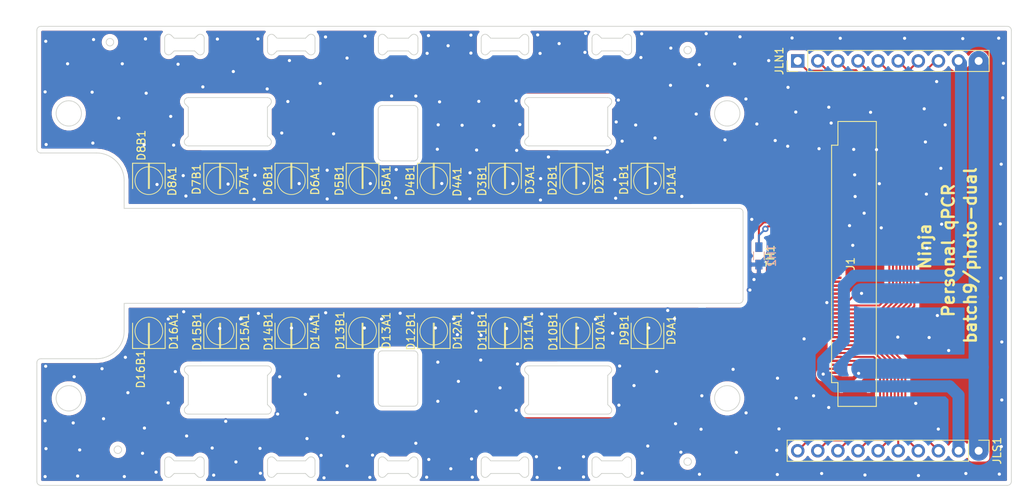
<source format=kicad_pcb>
(kicad_pcb (version 20171130) (host pcbnew "(5.1.6-0-10_14)")
  (layers (0 F.Cu signal) (31 B.Cu signal) (34 B.Paste user) (35 F.Paste user) (36 B.SilkS user) (37 F.SilkS user) (38 B.Mask user) (39 F.Mask user) (44 Edge.Cuts user))
  (net 0 "")
  (net 1 GNDA)
  (net 2 /S_PD_OUT1)
  (net 3 /S_PD_OUT3)
  (net 4 /S_PD_OUT5)
  (net 5 /S_PD_OUT7)
  (net 6 /S_PD_OUT9)
  (net 7 /S_PD_OUT11)
  (net 8 /S_PD_OUT13)
  (net 9 /S_PD_OUT15)
  (net 10 /N_PD_OUT1)
  (net 11 /N_PD_OUT3)
  (net 12 /N_PD_OUT5)
  (net 13 /N_PD_OUT7)
  (net 14 /N_PD_OUT9)
  (net 15 /N_PD_OUT11)
  (net 16 /N_PD_OUT13)
  (net 17 /N_PD_OUT15)
  (net 18 GNDL)
  (net 19 VCCL)
  (net 20 /N_LED_OUT9)
  (net 21 /N_LED_OUT10)
  (net 22 /N_LED_OUT11)
  (net 23 /N_LED_OUT12)
  (net 24 /N_LED_OUT13)
  (net 25 /N_LED_OUT14)
  (net 26 /N_LED_OUT15)
  (net 27 /N_LED_OUT16)
  (net 28 /S_LED_OUT2)
  (net 29 /S_LED_OUT1)
  (net 30 /S_LED_OUT4)
  (net 31 /S_LED_OUT3)
  (net 32 /S_LED_OUT7)
  (net 33 /S_LED_OUT8)
  (net 34 /S_LED_OUT6)
  (net 35 /S_LED_OUT5)
  (net 36 "Net-(J1-Pad40)")
  (net 37 "Net-(J1-Pad41)")
  (net 38 /S_PD_OUT4)
  (net 39 /S_PD_OUT6)
  (net 40 /S_PD_OUT8)
  (net 41 /S_PD_OUT10)
  (net 42 /S_PD_OUT12)
  (net 43 /S_PD_OUT14)
  (net 44 /S_PD_OUT16)
  (net 45 /N_PD_OUT2)
  (net 46 /N_PD_OUT4)
  (net 47 /N_PD_OUT6)
  (net 48 /N_PD_OUT8)
  (net 49 /N_PD_OUT10)
  (net 50 /N_PD_OUT12)
  (net 51 /N_PD_OUT14)
  (net 52 /N_PD_OUT16)
  (net 53 /S_PD_OUT2)
  (module Diodes_SMD:D_1206 (layer F.Cu) (at 162.921211 90.502066 270)
    (fp_text reference D1A1 (at -0.082066 -2.018789 270) (layer F.SilkS))
    (fp_text value D_Photo)
    (pad 1 smd rect (at -1.5 0 270) (size 1 1.6) (layers F.Cu F.Paste F.Mask) (net 10 /N_PD_OUT1))
    (pad 2 smd rect (at 1.5 0 270) (size 1 1.6) (layers F.Cu F.Paste F.Mask) (net 1 GNDA))
  )
  (module Diodes_SMD:D_1206 (layer F.Cu) (at 108.921211 109.501633 90)
    (fp_text reference D15A1 (at -0.108367 2.128789 90) (layer F.SilkS))
    (fp_text value D_Photo)
    (pad 1 smd rect (at -1.5 0 90) (size 1 1.6) (layers F.Cu F.Paste F.Mask) (net 8 /S_PD_OUT13))
    (pad 2 smd rect (at 1.5 0 90) (size 1 1.6) (layers F.Cu F.Paste F.Mask) (net 1 GNDA))
  )
  (module Diodes_SMD:D_1206 (layer F.Cu) (at 162.921211 109.501633 90)
    (fp_text reference D9A1 (at 0.121633 2.008789 270) (layer F.SilkS))
    (fp_text value D_Photo)
    (pad 2 smd rect (at 1.5 0 90) (size 1 1.6) (layers F.Cu F.Paste F.Mask) (net 1 GNDA))
    (pad 1 smd rect (at -1.5 0 90) (size 1 1.6) (layers F.Cu F.Paste F.Mask) (net 2 /S_PD_OUT1))
  )
  (module Diodes_SMD:D_1206 (layer F.Cu) (at 160.921211 109.501633 90)
    (fp_text reference D9B1 (at 0.121633 -1.911211 270) (layer F.SilkS))
    (fp_text value D_Photo)
    (pad 1 smd rect (at -1.5 0 90) (size 1 1.6) (layers F.Cu F.Paste F.Mask) (net 53 /S_PD_OUT2))
    (pad 2 smd rect (at 1.5 0 90) (size 1 1.6) (layers F.Cu F.Paste F.Mask) (net 1 GNDA))
  )
  (module Diodes_SMD:D_1206 (layer F.Cu) (at 153.921211 109.501633 90)
    (fp_text reference D10A1 (at -0.048367 2.048789 90) (layer F.SilkS))
    (fp_text value D_Photo)
    (pad 2 smd rect (at 1.5 0 90) (size 1 1.6) (layers F.Cu F.Paste F.Mask) (net 1 GNDA))
    (pad 1 smd rect (at -1.5 0 90) (size 1 1.6) (layers F.Cu F.Paste F.Mask) (net 3 /S_PD_OUT3))
  )
  (module Diodes_SMD:D_1206 (layer F.Cu) (at 151.921211 109.501633 90)
    (fp_text reference D10B1 (at -0.078367 -1.921211 90) (layer F.SilkS))
    (fp_text value D_Photo)
    (pad 1 smd rect (at -1.5 0 90) (size 1 1.6) (layers F.Cu F.Paste F.Mask) (net 38 /S_PD_OUT4))
    (pad 2 smd rect (at 1.5 0 90) (size 1 1.6) (layers F.Cu F.Paste F.Mask) (net 1 GNDA))
  )
  (module Diodes_SMD:D_1206 (layer F.Cu) (at 144.921211 109.501633 90)
    (fp_text reference D11A1 (at -0.078367 1.998789 90) (layer F.SilkS))
    (fp_text value D_Photo)
    (pad 2 smd rect (at 1.5 0 90) (size 1 1.6) (layers F.Cu F.Paste F.Mask) (net 1 GNDA))
    (pad 1 smd rect (at -1.5 0 90) (size 1 1.6) (layers F.Cu F.Paste F.Mask) (net 4 /S_PD_OUT5))
  )
  (module Diodes_SMD:D_1206 (layer F.Cu) (at 142.921211 109.501633 90)
    (fp_text reference D11B1 (at -0.038367 -1.861211 90) (layer F.SilkS))
    (fp_text value D_Photo)
    (pad 1 smd rect (at -1.5 0 90) (size 1 1.6) (layers F.Cu F.Paste F.Mask) (net 39 /S_PD_OUT6))
    (pad 2 smd rect (at 1.5 0 90) (size 1 1.6) (layers F.Cu F.Paste F.Mask) (net 1 GNDA))
  )
  (module Diodes_SMD:D_1206 (layer F.Cu) (at 135.921211 109.501633 90)
    (fp_text reference D12A1 (at -0.008367 2.008789 90) (layer F.SilkS))
    (fp_text value D_Photo)
    (pad 2 smd rect (at 1.5 0 90) (size 1 1.6) (layers F.Cu F.Paste F.Mask) (net 1 GNDA))
    (pad 1 smd rect (at -1.5 0 90) (size 1 1.6) (layers F.Cu F.Paste F.Mask) (net 5 /S_PD_OUT7))
  )
  (module Diodes_SMD:D_1206 (layer F.Cu) (at 117.921211 109.501633 90)
    (fp_text reference D14A1 (at -0.018367 1.998789 90) (layer F.SilkS))
    (fp_text value D_Photo)
    (pad 1 smd rect (at -1.5 0 90) (size 1 1.6) (layers F.Cu F.Paste F.Mask) (net 7 /S_PD_OUT11))
    (pad 2 smd rect (at 1.5 0 90) (size 1 1.6) (layers F.Cu F.Paste F.Mask) (net 1 GNDA))
  )
  (module Diodes_SMD:D_1206 (layer F.Cu) (at 106.921211 109.501633 90)
    (fp_text reference D15B1 (at -0.058367 -1.911211 90) (layer F.SilkS))
    (fp_text value D_Photo)
    (pad 2 smd rect (at 1.5 0 90) (size 1 1.6) (layers F.Cu F.Paste F.Mask) (net 1 GNDA))
    (pad 1 smd rect (at -1.5 0 90) (size 1 1.6) (layers F.Cu F.Paste F.Mask) (net 43 /S_PD_OUT14))
  )
  (module Diodes_SMD:D_1206 (layer F.Cu) (at 115.921211 109.501633 90)
    (fp_text reference D14B1 (at -0.048367 -1.901211 90) (layer F.SilkS))
    (fp_text value D_Photo)
    (pad 2 smd rect (at 1.5 0 90) (size 1 1.6) (layers F.Cu F.Paste F.Mask) (net 1 GNDA))
    (pad 1 smd rect (at -1.5 0 90) (size 1 1.6) (layers F.Cu F.Paste F.Mask) (net 42 /S_PD_OUT12))
  )
  (module Diodes_SMD:D_1206 (layer F.Cu) (at 126.921211 109.501633 90)
    (fp_text reference D13A1 (at 0.051633 2.008789 90) (layer F.SilkS))
    (fp_text value D_Photo)
    (pad 1 smd rect (at -1.5 0 90) (size 1 1.6) (layers F.Cu F.Paste F.Mask) (net 6 /S_PD_OUT9))
    (pad 2 smd rect (at 1.5 0 90) (size 1 1.6) (layers F.Cu F.Paste F.Mask) (net 1 GNDA))
  )
  (module Diodes_SMD:D_1206 (layer F.Cu) (at 124.921211 109.501633 90)
    (fp_text reference D13B1 (at 0.081633 -1.831211 90) (layer F.SilkS))
    (fp_text value D_Photo)
    (pad 2 smd rect (at 1.5 0 90) (size 1 1.6) (layers F.Cu F.Paste F.Mask) (net 1 GNDA))
    (pad 1 smd rect (at -1.5 0 90) (size 1 1.6) (layers F.Cu F.Paste F.Mask) (net 41 /S_PD_OUT10))
  )
  (module Diodes_SMD:D_1206 (layer F.Cu) (at 99.921211 109.501633 90)
    (fp_text reference D16A1 (at -0.008367 2.138789 90) (layer F.SilkS))
    (fp_text value D_Photo)
    (pad 1 smd rect (at -1.5 0 90) (size 1 1.6) (layers F.Cu F.Paste F.Mask) (net 9 /S_PD_OUT15))
    (pad 2 smd rect (at 1.5 0 90) (size 1 1.6) (layers F.Cu F.Paste F.Mask) (net 1 GNDA))
  )
  (module Diodes_SMD:D_1206 (layer F.Cu) (at 133.921211 109.501633 90)
    (fp_text reference D12B1 (at -0.038367 -1.901211 90) (layer F.SilkS))
    (fp_text value D_Photo)
    (pad 1 smd rect (at -1.5 0 90) (size 1 1.6) (layers F.Cu F.Paste F.Mask) (net 40 /S_PD_OUT8))
    (pad 2 smd rect (at 1.5 0 90) (size 1 1.6) (layers F.Cu F.Paste F.Mask) (net 1 GNDA))
  )
  (module Diodes_SMD:D_1206 (layer F.Cu) (at 97.921211 109.501633 90)
    (fp_text reference D16B1 (at -4.818367 -0.031211 90) (layer F.SilkS))
    (fp_text value D_Photo)
    (pad 2 smd rect (at 1.5 0 90) (size 1 1.6) (layers F.Cu F.Paste F.Mask) (net 1 GNDA))
    (pad 1 smd rect (at -1.5 0 90) (size 1 1.6) (layers F.Cu F.Paste F.Mask) (net 44 /S_PD_OUT16))
  )
  (module Diodes_SMD:D_1206 (layer F.Cu) (at 160.921211 90.502066 270)
    (fp_text reference D1B1 (at -0.152066 1.971211 270) (layer F.SilkS))
    (fp_text value D_Photo)
    (pad 2 smd rect (at 1.5 0 270) (size 1 1.6) (layers F.Cu F.Paste F.Mask) (net 1 GNDA))
    (pad 1 smd rect (at -1.5 0 270) (size 1 1.6) (layers F.Cu F.Paste F.Mask) (net 45 /N_PD_OUT2))
  )
  (module Diodes_SMD:D_1206 (layer F.Cu) (at 99.921211 90.502066 270)
    (fp_text reference D8A1 (at 0.057934 -1.948789 90) (layer F.SilkS))
    (fp_text value D_Photo)
    (pad 2 smd rect (at 1.5 0 270) (size 1 1.6) (layers F.Cu F.Paste F.Mask) (net 1 GNDA))
    (pad 1 smd rect (at -1.5 0 270) (size 1 1.6) (layers F.Cu F.Paste F.Mask) (net 17 /N_PD_OUT15))
  )
  (module Diodes_SMD:D_1206 (layer F.Cu) (at 135.921211 90.502066 270)
    (fp_text reference D4A1 (at 0.137934 -1.968789 90) (layer F.SilkS))
    (fp_text value D_Photo)
    (pad 1 smd rect (at -1.5 0 270) (size 1 1.6) (layers F.Cu F.Paste F.Mask) (net 13 /N_PD_OUT7))
    (pad 2 smd rect (at 1.5 0 270) (size 1 1.6) (layers F.Cu F.Paste F.Mask) (net 1 GNDA))
  )
  (module Diodes_SMD:D_1206 (layer F.Cu) (at 115.921211 90.502066 270)
    (fp_text reference D6B1 (at -0.122066 1.941211 90) (layer F.SilkS))
    (fp_text value D_Photo)
    (pad 1 smd rect (at -1.5 0 270) (size 1 1.6) (layers F.Cu F.Paste F.Mask) (net 50 /N_PD_OUT12))
    (pad 2 smd rect (at 1.5 0 270) (size 1 1.6) (layers F.Cu F.Paste F.Mask) (net 1 GNDA))
  )
  (module Diodes_SMD:D_1206 (layer F.Cu) (at 117.921211 90.502066 270)
    (fp_text reference D6A1 (at -0.042066 -1.998789 90) (layer F.SilkS))
    (fp_text value D_Photo)
    (pad 2 smd rect (at 1.5 0 270) (size 1 1.6) (layers F.Cu F.Paste F.Mask) (net 1 GNDA))
    (pad 1 smd rect (at -1.5 0 270) (size 1 1.6) (layers F.Cu F.Paste F.Mask) (net 15 /N_PD_OUT11))
  )
  (module Diodes_SMD:D_1206 (layer F.Cu) (at 142.921211 90.502066 270)
    (fp_text reference D3B1 (at 0.007934 1.881211 90) (layer F.SilkS))
    (fp_text value D_Photo)
    (pad 2 smd rect (at 1.5 0 270) (size 1 1.6) (layers F.Cu F.Paste F.Mask) (net 1 GNDA))
    (pad 1 smd rect (at -1.5 0 270) (size 1 1.6) (layers F.Cu F.Paste F.Mask) (net 47 /N_PD_OUT6))
  )
  (module Diodes_SMD:D_1206 (layer F.Cu) (at 106.921211 90.502066 270)
    (fp_text reference D7B1 (at -0.162066 1.981211 90) (layer F.SilkS))
    (fp_text value D_Photo)
    (pad 1 smd rect (at -1.5 0 270) (size 1 1.6) (layers F.Cu F.Paste F.Mask) (net 51 /N_PD_OUT14))
    (pad 2 smd rect (at 1.5 0 270) (size 1 1.6) (layers F.Cu F.Paste F.Mask) (net 1 GNDA))
  )
  (module Diodes_SMD:D_1206 (layer F.Cu) (at 124.921211 90.502066 270)
    (fp_text reference D5B1 (at -0.022066 1.931211 90) (layer F.SilkS))
    (fp_text value D_Photo)
    (pad 1 smd rect (at -1.5 0 270) (size 1 1.6) (layers F.Cu F.Paste F.Mask) (net 49 /N_PD_OUT10))
    (pad 2 smd rect (at 1.5 0 270) (size 1 1.6) (layers F.Cu F.Paste F.Mask) (net 1 GNDA))
  )
  (module Diodes_SMD:D_1206 (layer F.Cu) (at 133.921211 90.502066 270)
    (fp_text reference D4B1 (at 0.007934 1.971211 90) (layer F.SilkS))
    (fp_text value D_Photo)
    (pad 2 smd rect (at 1.5 0 270) (size 1 1.6) (layers F.Cu F.Paste F.Mask) (net 1 GNDA))
    (pad 1 smd rect (at -1.5 0 270) (size 1 1.6) (layers F.Cu F.Paste F.Mask) (net 48 /N_PD_OUT8))
  )
  (module Diodes_SMD:D_1206 (layer F.Cu) (at 126.921211 90.502066 270)
    (fp_text reference D5A1 (at -0.062066 -2.008789 90) (layer F.SilkS))
    (fp_text value D_Photo)
    (pad 2 smd rect (at 1.5 0 270) (size 1 1.6) (layers F.Cu F.Paste F.Mask) (net 1 GNDA))
    (pad 1 smd rect (at -1.5 0 270) (size 1 1.6) (layers F.Cu F.Paste F.Mask) (net 14 /N_PD_OUT9))
  )
  (module Diodes_SMD:D_1206 (layer F.Cu) (at 153.921211 90.502066 270)
    (fp_text reference D2A1 (at -0.182066 -1.918789 90) (layer F.SilkS))
    (fp_text value D_Photo)
    (pad 1 smd rect (at -1.5 0 270) (size 1 1.6) (layers F.Cu F.Paste F.Mask) (net 11 /N_PD_OUT3))
    (pad 2 smd rect (at 1.5 0 270) (size 1 1.6) (layers F.Cu F.Paste F.Mask) (net 1 GNDA))
  )
  (module Diodes_SMD:D_1206 (layer F.Cu) (at 144.921211 90.502066 270)
    (fp_text reference D3A1 (at -0.152066 -2.158789 90) (layer F.SilkS))
    (fp_text value D_Photo)
    (pad 1 smd rect (at -1.5 0 270) (size 1 1.6) (layers F.Cu F.Paste F.Mask) (net 12 /N_PD_OUT5))
    (pad 2 smd rect (at 1.5 0 270) (size 1 1.6) (layers F.Cu F.Paste F.Mask) (net 1 GNDA))
  )
  (module Diodes_SMD:D_1206 (layer F.Cu) (at 151.921211 90.502066 270)
    (fp_text reference D2B1 (at -0.062066 2.001211 90) (layer F.SilkS))
    (fp_text value D_Photo)
    (pad 2 smd rect (at 1.5 0 270) (size 1 1.6) (layers F.Cu F.Paste F.Mask) (net 1 GNDA))
    (pad 1 smd rect (at -1.5 0 270) (size 1 1.6) (layers F.Cu F.Paste F.Mask) (net 46 /N_PD_OUT4))
  )
  (module Diodes_SMD:D_1206 (layer F.Cu) (at 97.921211 90.502066 270)
    (fp_text reference D8B1 (at -4.462066 -0.048789 90) (layer F.SilkS))
    (fp_text value D_Photo)
    (pad 1 smd rect (at -1.5 0 270) (size 1 1.6) (layers F.Cu F.Paste F.Mask) (net 52 /N_PD_OUT16))
    (pad 2 smd rect (at 1.5 0 270) (size 1 1.6) (layers F.Cu F.Paste F.Mask) (net 1 GNDA))
  )
  (module Diodes_SMD:D_1206 (layer F.Cu) (at 108.921211 90.502066 270)
    (fp_text reference D7A1 (at -0.042066 -2.038789 90) (layer F.SilkS))
    (fp_text value D_Photo)
    (pad 2 smd rect (at 1.5 0 270) (size 1 1.6) (layers F.Cu F.Paste F.Mask) (net 1 GNDA))
    (pad 1 smd rect (at -1.5 0 270) (size 1 1.6) (layers F.Cu F.Paste F.Mask) (net 16 /N_PD_OUT13))
  )
  (module Resistors_SMD:R_0603_HandSoldering (layer B.Cu) (at 176 100 270)
    (fp_text reference TH2 (at 0.01 -1.64 90) (layer B.SilkS) (effects (justify mirror)))
    (fp_text value Thermistor)
    (pad 1 smd rect (at -1.1 0 270) (size 1.2 0.9) (layers B.Cu B.Paste B.Mask) (net 36 "Net-(J1-Pad40)"))
    (pad 2 smd rect (at 1.1 0 270) (size 1.2 0.9) (layers B.Cu B.Paste B.Mask) (net 1 GNDA))
  )
  (module Resistors_SMD:R_0603_HandSoldering (layer F.Cu) (at 176 100 270)
    (fp_text reference TH1 (at 0 -1.45 90) (layer F.SilkS))
    (fp_text value Thermistor)
    (pad 2 smd rect (at 1.1 0 270) (size 1.2 0.9) (layers F.Cu F.Paste F.Mask) (net 1 GNDA))
    (pad 1 smd rect (at -1.1 0 270) (size 1.2 0.9) (layers F.Cu F.Paste F.Mask) (net 37 "Net-(J1-Pad41)"))
  )
  (module Ninja-qPCR:FFC_60_Ali_HUISHUNFA (layer F.Cu) (at 185.81 115.77 90)
    (fp_text reference J1 (at 14.75 1.775 90) (layer F.SilkS))
    (fp_text value Conn_01x60_Male)
    (pad 1 smd rect (at 0 0 90) (size 0.3 1.25) (layers F.Cu F.Paste F.Mask) (net 18 GNDL))
    (pad 2 smd rect (at 0.5 0 90) (size 0.3 1.25) (layers F.Cu F.Paste F.Mask) (net 18 GNDL))
    (pad 3 smd rect (at 1 0 90) (size 0.3 1.25) (layers F.Cu F.Paste F.Mask) (net 19 VCCL))
    (pad 4 smd rect (at 1.5 0 90) (size 0.3 1.25) (layers F.Cu F.Paste F.Mask) (net 19 VCCL))
    (pad 5 smd rect (at 2 0 90) (size 0.3 1.25) (layers F.Cu F.Paste F.Mask) (net 33 /S_LED_OUT8))
    (pad 6 smd rect (at 2.5 0 90) (size 0.3 1.25) (layers F.Cu F.Paste F.Mask) (net 32 /S_LED_OUT7))
    (pad 7 smd rect (at 3 0 90) (size 0.3 1.25) (layers F.Cu F.Paste F.Mask) (net 34 /S_LED_OUT6))
    (pad 8 smd rect (at 3.5 0 90) (size 0.3 1.25) (layers F.Cu F.Paste F.Mask) (net 35 /S_LED_OUT5))
    (pad 9 smd rect (at 4 0 90) (size 0.3 1.25) (layers F.Cu F.Paste F.Mask) (net 30 /S_LED_OUT4))
    (pad 10 smd rect (at 4.5 0 90) (size 0.3 1.25) (layers F.Cu F.Paste F.Mask) (net 31 /S_LED_OUT3))
    (pad 11 smd rect (at 5 0 90) (size 0.3 1.25) (layers F.Cu F.Paste F.Mask) (net 28 /S_LED_OUT2))
    (pad 12 smd rect (at 5.5 0 90) (size 0.3 1.25) (layers F.Cu F.Paste F.Mask) (net 29 /S_LED_OUT1))
    (pad 13 smd rect (at 6 0 90) (size 0.3 1.25) (layers F.Cu F.Paste F.Mask) (net 20 /N_LED_OUT9))
    (pad 14 smd rect (at 6.5 0 90) (size 0.3 1.25) (layers F.Cu F.Paste F.Mask) (net 21 /N_LED_OUT10))
    (pad 15 smd rect (at 7 0 90) (size 0.3 1.25) (layers F.Cu F.Paste F.Mask) (net 22 /N_LED_OUT11))
    (pad 16 smd rect (at 7.5 0 90) (size 0.3 1.25) (layers F.Cu F.Paste F.Mask) (net 23 /N_LED_OUT12))
    (pad 17 smd rect (at 8 0 90) (size 0.3 1.25) (layers F.Cu F.Paste F.Mask) (net 24 /N_LED_OUT13))
    (pad 18 smd rect (at 8.5 0 90) (size 0.3 1.25) (layers F.Cu F.Paste F.Mask) (net 25 /N_LED_OUT14))
    (pad 19 smd rect (at 9 0 90) (size 0.3 1.25) (layers F.Cu F.Paste F.Mask) (net 26 /N_LED_OUT15))
    (pad 20 smd rect (at 9.5 0 90) (size 0.3 1.25) (layers F.Cu F.Paste F.Mask) (net 27 /N_LED_OUT16))
    (pad 21 smd rect (at 10 0 90) (size 0.3 1.25) (layers F.Cu F.Paste F.Mask) (net 18 GNDL))
    (pad 22 smd rect (at 10.5 0 90) (size 0.3 1.25) (layers F.Cu F.Paste F.Mask) (net 1 GNDA))
    (pad 23 smd rect (at 11 0 90) (size 0.3 1.25) (layers F.Cu F.Paste F.Mask) (net 44 /S_PD_OUT16))
    (pad 24 smd rect (at 11.5 0 90) (size 0.3 1.25) (layers F.Cu F.Paste F.Mask) (net 9 /S_PD_OUT15))
    (pad 25 smd rect (at 12 0 90) (size 0.3 1.25) (layers F.Cu F.Paste F.Mask) (net 43 /S_PD_OUT14))
    (pad 26 smd rect (at 12.5 0 90) (size 0.3 1.25) (layers F.Cu F.Paste F.Mask) (net 8 /S_PD_OUT13))
    (pad 27 smd rect (at 13 0 90) (size 0.3 1.25) (layers F.Cu F.Paste F.Mask) (net 42 /S_PD_OUT12))
    (pad 28 smd rect (at 13.5 0 90) (size 0.3 1.25) (layers F.Cu F.Paste F.Mask) (net 7 /S_PD_OUT11))
    (pad 29 smd rect (at 14 0 90) (size 0.3 1.25) (layers F.Cu F.Paste F.Mask) (net 41 /S_PD_OUT10))
    (pad 30 smd rect (at 14.5 0 90) (size 0.3 1.25) (layers F.Cu F.Paste F.Mask) (net 6 /S_PD_OUT9))
    (pad 31 smd rect (at 15 0 90) (size 0.3 1.25) (layers F.Cu F.Paste F.Mask) (net 40 /S_PD_OUT8))
    (pad 32 smd rect (at 15.5 0 90) (size 0.3 1.25) (layers F.Cu F.Paste F.Mask) (net 5 /S_PD_OUT7))
    (pad 33 smd rect (at 16 0 90) (size 0.3 1.25) (layers F.Cu F.Paste F.Mask) (net 39 /S_PD_OUT6))
    (pad 34 smd rect (at 16.5 0 90) (size 0.3 1.25) (layers F.Cu F.Paste F.Mask) (net 4 /S_PD_OUT5))
    (pad 35 smd rect (at 17 0 90) (size 0.3 1.25) (layers F.Cu F.Paste F.Mask) (net 38 /S_PD_OUT4))
    (pad 36 smd rect (at 17.5 0 90) (size 0.3 1.25) (layers F.Cu F.Paste F.Mask) (net 3 /S_PD_OUT3))
    (pad 37 smd rect (at 18 0 90) (size 0.3 1.25) (layers F.Cu F.Paste F.Mask) (net 53 /S_PD_OUT2))
    (pad 38 smd rect (at 18.5 0 90) (size 0.3 1.25) (layers F.Cu F.Paste F.Mask) (net 2 /S_PD_OUT1))
    (pad 39 smd rect (at 19 0 90) (size 0.3 1.25) (layers F.Cu F.Paste F.Mask) (net 1 GNDA))
    (pad 40 smd rect (at 19.5 0 90) (size 0.3 1.25) (layers F.Cu F.Paste F.Mask) (net 36 "Net-(J1-Pad40)"))
    (pad 41 smd rect (at 20 0 90) (size 0.3 1.25) (layers F.Cu F.Paste F.Mask) (net 37 "Net-(J1-Pad41)"))
    (pad 42 smd rect (at 20.5 0 90) (size 0.3 1.25) (layers F.Cu F.Paste F.Mask) (net 1 GNDA))
    (pad 43 smd rect (at 21 0 90) (size 0.3 1.25) (layers F.Cu F.Paste F.Mask) (net 10 /N_PD_OUT1))
    (pad 44 smd rect (at 21.5 0 90) (size 0.3 1.25) (layers F.Cu F.Paste F.Mask) (net 45 /N_PD_OUT2))
    (pad 45 smd rect (at 22 0 90) (size 0.3 1.25) (layers F.Cu F.Paste F.Mask) (net 11 /N_PD_OUT3))
    (pad 46 smd rect (at 22.5 0 90) (size 0.3 1.25) (layers F.Cu F.Paste F.Mask) (net 46 /N_PD_OUT4))
    (pad 47 smd rect (at 23 0 90) (size 0.3 1.25) (layers F.Cu F.Paste F.Mask) (net 12 /N_PD_OUT5))
    (pad 48 smd rect (at 23.5 0 90) (size 0.3 1.25) (layers F.Cu F.Paste F.Mask) (net 47 /N_PD_OUT6))
    (pad 49 smd rect (at 24 0 90) (size 0.3 1.25) (layers F.Cu F.Paste F.Mask) (net 13 /N_PD_OUT7))
    (pad 50 smd rect (at 24.5 0 90) (size 0.3 1.25) (layers F.Cu F.Paste F.Mask) (net 48 /N_PD_OUT8))
    (pad 51 smd rect (at 25 0 90) (size 0.3 1.25) (layers F.Cu F.Paste F.Mask) (net 14 /N_PD_OUT9))
    (pad 52 smd rect (at 25.5 0 90) (size 0.3 1.25) (layers F.Cu F.Paste F.Mask) (net 49 /N_PD_OUT10))
    (pad 53 smd rect (at 26 0 90) (size 0.3 1.25) (layers F.Cu F.Paste F.Mask) (net 15 /N_PD_OUT11))
    (pad 54 smd rect (at 26.5 0 90) (size 0.3 1.25) (layers F.Cu F.Paste F.Mask) (net 50 /N_PD_OUT12))
    (pad 55 smd rect (at 27 0 90) (size 0.3 1.25) (layers F.Cu F.Paste F.Mask) (net 16 /N_PD_OUT13))
    (pad 56 smd rect (at 27.5 0 90) (size 0.3 1.25) (layers F.Cu F.Paste F.Mask) (net 51 /N_PD_OUT14))
    (pad 57 smd rect (at 28 0 90) (size 0.3 1.25) (layers F.Cu F.Paste F.Mask) (net 17 /N_PD_OUT15))
    (pad 58 smd rect (at 28.5 0 90) (size 0.3 1.25) (layers F.Cu F.Paste F.Mask) (net 52 /N_PD_OUT16))
    (pad 59 smd rect (at 29 0 90) (size 0.3 1.25) (layers F.Cu F.Paste F.Mask) (net 1 GNDA))
    (pad 60 smd rect (at 29.5 0 90) (size 0.3 1.25) (layers F.Cu F.Paste F.Mask) (net 1 GNDA))
    (pad G1 smd rect (at -1.8 2.325 90) (size 2.4 3) (layers F.Cu F.Paste F.Mask) (net 1 GNDA))
    (pad G2 smd rect (at 31.3 2.325 90) (size 2.4 3) (layers F.Cu F.Paste F.Mask) (net 1 GNDA))
  )
  (module Pin_Headers:Pin_Header_Straight_1x10_Pitch2.54mm (layer F.Cu) (at 180.905 75.372 90)
    (fp_text reference JLN1 (at 0 -2.33 90) (layer F.SilkS))
    (fp_text value Conn_01x10_Male)
    (pad 1 thru_hole rect (at 0 0 90) (size 1.7 1.7) (drill 1) (layers *.Cu *.Mask) (net 27 /N_LED_OUT16))
    (pad 2 thru_hole oval (at 0 2.54 90) (size 1.7 1.7) (drill 1) (layers *.Cu *.Mask) (net 26 /N_LED_OUT15))
    (pad 3 thru_hole oval (at 0 5.08 90) (size 1.7 1.7) (drill 1) (layers *.Cu *.Mask) (net 25 /N_LED_OUT14))
    (pad 4 thru_hole oval (at 0 7.62 90) (size 1.7 1.7) (drill 1) (layers *.Cu *.Mask) (net 24 /N_LED_OUT13))
    (pad 5 thru_hole oval (at 0 10.16 90) (size 1.7 1.7) (drill 1) (layers *.Cu *.Mask) (net 23 /N_LED_OUT12))
    (pad 6 thru_hole oval (at 0 12.7 90) (size 1.7 1.7) (drill 1) (layers *.Cu *.Mask) (net 22 /N_LED_OUT11))
    (pad 7 thru_hole oval (at 0 15.24 90) (size 1.7 1.7) (drill 1) (layers *.Cu *.Mask) (net 21 /N_LED_OUT10))
    (pad 8 thru_hole oval (at 0 17.78 90) (size 1.7 1.7) (drill 1) (layers *.Cu *.Mask) (net 20 /N_LED_OUT9))
    (pad 9 thru_hole oval (at 0 20.32 90) (size 1.7 1.7) (drill 1) (layers *.Cu *.Mask) (net 19 VCCL))
    (pad 10 thru_hole oval (at 0 22.86 90) (size 1.7 1.7) (drill 1) (layers *.Cu *.Mask) (net 18 GNDL))
  )
  (module Pin_Headers:Pin_Header_Straight_1x10_Pitch2.54mm (layer F.Cu) (at 203.765 124.628 270)
    (fp_text reference JLS1 (at 0 -2.33 90) (layer F.SilkS))
    (fp_text value Conn_01x10_Male)
    (pad 10 thru_hole oval (at 0 22.86 270) (size 1.7 1.7) (drill 1) (layers *.Cu *.Mask) (net 33 /S_LED_OUT8))
    (pad 9 thru_hole oval (at 0 20.32 270) (size 1.7 1.7) (drill 1) (layers *.Cu *.Mask) (net 32 /S_LED_OUT7))
    (pad 8 thru_hole oval (at 0 17.78 270) (size 1.7 1.7) (drill 1) (layers *.Cu *.Mask) (net 34 /S_LED_OUT6))
    (pad 7 thru_hole oval (at 0 15.24 270) (size 1.7 1.7) (drill 1) (layers *.Cu *.Mask) (net 35 /S_LED_OUT5))
    (pad 6 thru_hole oval (at 0 12.7 270) (size 1.7 1.7) (drill 1) (layers *.Cu *.Mask) (net 30 /S_LED_OUT4))
    (pad 5 thru_hole oval (at 0 10.16 270) (size 1.7 1.7) (drill 1) (layers *.Cu *.Mask) (net 31 /S_LED_OUT3))
    (pad 4 thru_hole oval (at 0 7.62 270) (size 1.7 1.7) (drill 1) (layers *.Cu *.Mask) (net 28 /S_LED_OUT2))
    (pad 3 thru_hole oval (at 0 5.08 270) (size 1.7 1.7) (drill 1) (layers *.Cu *.Mask) (net 29 /S_LED_OUT1))
    (pad 2 thru_hole oval (at 0 2.54 270) (size 1.7 1.7) (drill 1) (layers *.Cu *.Mask) (net 19 VCCL))
    (pad 1 thru_hole rect (at 0 0 270) (size 1.7 1.7) (drill 1) (layers *.Cu *.Mask) (net 18 GNDL))
  )
  (gr_line (start 156.89905 80.001749) (end 146.89905 80.001749) (layer Edge.Cuts) (width 0.1))
  (gr_arc (start 173.5 105.5) (end 173.5 106) (angle -90) (layer Edge.Cuts) (width 0.1))
  (gr_arc (start 173.5 94.5) (end 174 94.5) (angle -90) (layer Edge.Cuts) (width 0.1))
  (gr_line (start 84.764 71.5) (end 84.764 86.5) (layer Edge.Cuts) (width 0.1))
  (gr_arc (start 85.264 113.5) (end 85.264 113) (angle -90) (layer Edge.Cuts) (width 0.1))
  (gr_arc (start 85.264 86.5) (end 84.764 86.5) (angle -90) (layer Edge.Cuts) (width 0.1))
  (gr_circle (center 95 124.5) (end 94.525 124.5) (layer Edge.Cuts) (width 0.1))
  (gr_circle (center 167 126) (end 166.525 126) (layer Edge.Cuts) (width 0.1))
  (gr_circle (center 167 74) (end 166.525 74) (layer Edge.Cuts) (width 0.1))
  (gr_circle (center 94 73) (end 93.525 73) (layer Edge.Cuts) (width 0.1))
  (gr_text batch9/photo-dual (at 202.73 99.94 90) (layer F.SilkS) (effects (font (size 1.5 1.5) (thickness 0.3))))
  (gr_text "Personal qPCR" (at 199.94 99.31 90) (layer F.SilkS) (effects (font (size 1.5 1.5) (thickness 0.3))))
  (gr_text Ninja (at 196.97 98.8 90) (layer F.SilkS) (effects (font (size 1.5 1.5) (thickness 0.3))))
  (gr_line (start 127.9 87.5) (end 127.9 81.5) (layer Edge.Cuts) (width 0.1))
  (gr_line (start 132.9 87.5) (end 132.9 81.5) (layer Edge.Cuts) (width 0.1))
  (gr_line (start 128.4 81) (end 132.4 81) (layer Edge.Cuts) (width 0.1))
  (gr_arc (start 132.4 81.5) (end 132.9 81.5) (angle -90) (layer Edge.Cuts) (width 0.1))
  (gr_arc (start 128.4 81.5) (end 128.4 81) (angle -90) (layer Edge.Cuts) (width 0.1))
  (gr_line (start 132.4 88) (end 128.4 88) (layer Edge.Cuts) (width 0.1))
  (gr_arc (start 128.4 87.5) (end 127.9 87.5) (angle -90) (layer Edge.Cuts) (width 0.1))
  (gr_arc (start 132.4 87.5) (end 132.4 88) (angle -90) (layer Edge.Cuts) (width 0.1))
  (gr_line (start 132.9 118.5) (end 132.9 112.5) (layer Edge.Cuts) (width 0.1))
  (gr_line (start 127.9 118.5) (end 127.9 112.5) (layer Edge.Cuts) (width 0.1))
  (gr_line (start 132.4 119) (end 128.4 119) (layer Edge.Cuts) (width 0.1))
  (gr_arc (start 128.4 118.5) (end 127.9 118.5) (angle -90) (layer Edge.Cuts) (width 0.1))
  (gr_arc (start 132.4 118.5) (end 132.4 119) (angle -90) (layer Edge.Cuts) (width 0.1))
  (gr_arc (start 132.4 112.5) (end 132.9 112.5) (angle -90) (layer Edge.Cuts) (width 0.1))
  (gr_arc (start 128.4 112.5) (end 128.4 112) (angle -90) (layer Edge.Cuts) (width 0.1))
  (gr_line (start 128.4 112) (end 132.4 112) (layer Edge.Cuts) (width 0.1))
  (gr_line (start 146.89905 119.998251) (end 156.89905 119.998251) (layer Edge.Cuts) (width 0.1))
  (gr_line (start 156.89905 113.898251) (end 146.89905 113.898251) (layer Edge.Cuts) (width 0.1))
  (gr_arc (start 207.399 128.5) (end 207.399 129) (angle -90) (layer Edge.Cuts) (width 0.1))
  (gr_line (start 113.89905 113.898251) (end 103.89905 113.898251) (layer Edge.Cuts) (width 0.1))
  (gr_arc (start 113.89905 114.398251) (end 114.252604 114.751805) (angle -135) (layer Edge.Cuts) (width 0.1))
  (gr_line (start 113.89905 115.105358) (end 114.252604 114.751805) (layer Edge.Cuts) (width 0.1))
  (gr_line (start 113.89905 118.791145) (end 113.89905 115.105358) (layer Edge.Cuts) (width 0.1))
  (gr_line (start 114.252604 119.144698) (end 113.89905 118.791145) (layer Edge.Cuts) (width 0.1))
  (gr_arc (start 113.89905 119.498251) (end 113.89905 119.998251) (angle -135) (layer Edge.Cuts) (width 0.1))
  (gr_arc (start 132.41405 127.498251) (end 132.060497 127.851805) (angle -135) (layer Edge.Cuts) (width 0.1))
  (gr_line (start 131.706944 127.498251) (end 132.060497 127.851805) (layer Edge.Cuts) (width 0.1))
  (gr_arc (start 101.41405 125.898251) (end 101.767604 125.544698) (angle -135) (layer Edge.Cuts) (width 0.1))
  (gr_arc (start 101.41405 127.498251) (end 100.91405 127.498251) (angle -135) (layer Edge.Cuts) (width 0.1))
  (gr_line (start 101.767604 127.851805) (end 102.121157 127.498251) (layer Edge.Cuts) (width 0.1))
  (gr_line (start 102.121157 125.898251) (end 101.767604 125.544698) (layer Edge.Cuts) (width 0.1))
  (gr_arc (start 141.41405 127.498251) (end 140.91405 127.498251) (angle -135) (layer Edge.Cuts) (width 0.1))
  (gr_line (start 140.91405 125.898251) (end 140.91405 127.498251) (layer Edge.Cuts) (width 0.1))
  (gr_line (start 102.121157 127.498251) (end 104.706944 127.498251) (layer Edge.Cuts) (width 0.1))
  (gr_line (start 156.121157 125.898251) (end 155.767604 125.544698) (layer Edge.Cuts) (width 0.1))
  (gr_line (start 158.706944 125.898251) (end 156.121157 125.898251) (layer Edge.Cuts) (width 0.1))
  (gr_line (start 159.060497 125.544698) (end 158.706944 125.898251) (layer Edge.Cuts) (width 0.1))
  (gr_arc (start 105.41405 127.498251) (end 105.060497 127.851805) (angle -135) (layer Edge.Cuts) (width 0.1))
  (gr_line (start 104.706944 127.498251) (end 105.060497 127.851805) (layer Edge.Cuts) (width 0.1))
  (gr_line (start 100.91405 125.898251) (end 100.91405 127.498251) (layer Edge.Cuts) (width 0.1))
  (gr_arc (start 155.41405 127.498251) (end 154.91405 127.498251) (angle -135) (layer Edge.Cuts) (width 0.1))
  (gr_line (start 154.91405 125.898251) (end 154.91405 127.498251) (layer Edge.Cuts) (width 0.1))
  (gr_arc (start 155.41405 125.898251) (end 155.767604 125.544698) (angle -135) (layer Edge.Cuts) (width 0.1))
  (gr_line (start 142.121157 127.498251) (end 145.706944 127.498251) (layer Edge.Cuts) (width 0.1))
  (gr_line (start 141.767604 127.851805) (end 142.121157 127.498251) (layer Edge.Cuts) (width 0.1))
  (gr_arc (start 103.89905 119.498251) (end 103.545497 119.144698) (angle -135) (layer Edge.Cuts) (width 0.1))
  (gr_line (start 103.89905 118.791145) (end 103.545497 119.144698) (layer Edge.Cuts) (width 0.1))
  (gr_line (start 145.706944 125.898251) (end 142.121157 125.898251) (layer Edge.Cuts) (width 0.1))
  (gr_line (start 146.060497 125.544698) (end 145.706944 125.898251) (layer Edge.Cuts) (width 0.1))
  (gr_line (start 158.706944 127.498251) (end 159.060497 127.851805) (layer Edge.Cuts) (width 0.1))
  (gr_line (start 156.121157 127.498251) (end 158.706944 127.498251) (layer Edge.Cuts) (width 0.1))
  (gr_line (start 155.767604 127.851805) (end 156.121157 127.498251) (layer Edge.Cuts) (width 0.1))
  (gr_line (start 146.545497 114.751805) (end 146.89905 115.105358) (layer Edge.Cuts) (width 0.1))
  (gr_arc (start 146.89905 114.398251) (end 146.89905 113.898251) (angle -135) (layer Edge.Cuts) (width 0.1))
  (gr_arc (start 119.41405 125.898251) (end 119.91405 125.898251) (angle -135) (layer Edge.Cuts) (width 0.1))
  (gr_arc (start 159.41405 127.498251) (end 159.060497 127.851805) (angle -135) (layer Edge.Cuts) (width 0.1))
  (gr_line (start 103.89905 115.105358) (end 103.89905 118.791145) (layer Edge.Cuts) (width 0.1))
  (gr_line (start 103.545497 114.751805) (end 103.89905 115.105358) (layer Edge.Cuts) (width 0.1))
  (gr_arc (start 103.89905 114.398251) (end 103.89905 113.898251) (angle -135) (layer Edge.Cuts) (width 0.1))
  (gr_arc (start 105.41405 125.898251) (end 105.91405 125.898251) (angle -135) (layer Edge.Cuts) (width 0.1))
  (gr_arc (start 146.89905 119.498251) (end 146.545497 119.144698) (angle -135) (layer Edge.Cuts) (width 0.1))
  (gr_line (start 146.89905 118.791145) (end 146.545497 119.144698) (layer Edge.Cuts) (width 0.1))
  (gr_line (start 146.89905 115.105358) (end 146.89905 118.791145) (layer Edge.Cuts) (width 0.1))
  (gr_line (start 105.91405 127.498251) (end 105.91405 125.898251) (layer Edge.Cuts) (width 0.1))
  (gr_arc (start 159.41405 125.898251) (end 159.91405 125.898251) (angle -135) (layer Edge.Cuts) (width 0.1))
  (gr_line (start 159.91405 127.498251) (end 159.91405 125.898251) (layer Edge.Cuts) (width 0.1))
  (gr_arc (start 114.41405 127.498251) (end 113.91405 127.498251) (angle -135) (layer Edge.Cuts) (width 0.1))
  (gr_arc (start 114.41405 125.898251) (end 114.767604 125.544698) (angle -135) (layer Edge.Cuts) (width 0.1))
  (gr_line (start 114.767604 127.851805) (end 115.121157 127.498251) (layer Edge.Cuts) (width 0.1))
  (gr_line (start 105.060497 125.544698) (end 104.706944 125.898251) (layer Edge.Cuts) (width 0.1))
  (gr_arc (start 128.41405 125.898251) (end 128.767604 125.544698) (angle -135) (layer Edge.Cuts) (width 0.1))
  (gr_line (start 129.121157 125.898251) (end 128.767604 125.544698) (layer Edge.Cuts) (width 0.1))
  (gr_line (start 131.706944 125.898251) (end 129.121157 125.898251) (layer Edge.Cuts) (width 0.1))
  (gr_line (start 132.060497 125.544698) (end 131.706944 125.898251) (layer Edge.Cuts) (width 0.1))
  (gr_arc (start 146.41405 125.898251) (end 146.91405 125.898251) (angle -135) (layer Edge.Cuts) (width 0.1))
  (gr_line (start 146.91405 127.498251) (end 146.91405 125.898251) (layer Edge.Cuts) (width 0.1))
  (gr_line (start 119.91405 127.498251) (end 119.91405 125.898251) (layer Edge.Cuts) (width 0.1))
  (gr_line (start 129.121157 127.498251) (end 131.706944 127.498251) (layer Edge.Cuts) (width 0.1))
  (gr_line (start 128.767604 127.851805) (end 129.121157 127.498251) (layer Edge.Cuts) (width 0.1))
  (gr_arc (start 146.41405 127.498251) (end 146.060497 127.851805) (angle -135) (layer Edge.Cuts) (width 0.1))
  (gr_line (start 145.706944 127.498251) (end 146.060497 127.851805) (layer Edge.Cuts) (width 0.1))
  (gr_arc (start 132.41405 125.898251) (end 132.91405 125.898251) (angle -135) (layer Edge.Cuts) (width 0.1))
  (gr_line (start 132.91405 127.498251) (end 132.91405 125.898251) (layer Edge.Cuts) (width 0.1))
  (gr_line (start 104.706944 125.898251) (end 102.121157 125.898251) (layer Edge.Cuts) (width 0.1))
  (gr_line (start 119.060497 125.544698) (end 118.706944 125.898251) (layer Edge.Cuts) (width 0.1))
  (gr_line (start 115.121157 125.898251) (end 114.767604 125.544698) (layer Edge.Cuts) (width 0.1))
  (gr_line (start 115.121157 127.498251) (end 118.706944 127.498251) (layer Edge.Cuts) (width 0.1))
  (gr_line (start 118.706944 125.898251) (end 115.121157 125.898251) (layer Edge.Cuts) (width 0.1))
  (gr_line (start 113.91405 125.898251) (end 113.91405 127.498251) (layer Edge.Cuts) (width 0.1))
  (gr_arc (start 141.41405 125.898251) (end 141.767604 125.544698) (angle -135) (layer Edge.Cuts) (width 0.1))
  (gr_line (start 142.121157 125.898251) (end 141.767604 125.544698) (layer Edge.Cuts) (width 0.1))
  (gr_line (start 118.706944 127.498251) (end 119.060497 127.851805) (layer Edge.Cuts) (width 0.1))
  (gr_line (start 157.252604 119.144698) (end 156.89905 118.791145) (layer Edge.Cuts) (width 0.1))
  (gr_arc (start 156.89905 119.498251) (end 156.89905 119.998251) (angle -135) (layer Edge.Cuts) (width 0.1))
  (gr_arc (start 128.41405 127.498251) (end 127.91405 127.498251) (angle -135) (layer Edge.Cuts) (width 0.1))
  (gr_line (start 127.91405 125.898251) (end 127.91405 127.498251) (layer Edge.Cuts) (width 0.1))
  (gr_arc (start 119.41405 127.498251) (end 119.060497 127.851805) (angle -135) (layer Edge.Cuts) (width 0.1))
  (gr_line (start 103.89905 119.998251) (end 113.89905 119.998251) (layer Edge.Cuts) (width 0.1))
  (gr_arc (start 156.89905 114.398251) (end 157.252604 114.751805) (angle -135) (layer Edge.Cuts) (width 0.1))
  (gr_line (start 156.89905 115.105358) (end 157.252604 114.751805) (layer Edge.Cuts) (width 0.1))
  (gr_line (start 156.89905 118.791145) (end 156.89905 115.105358) (layer Edge.Cuts) (width 0.1))
  (gr_line (start 113.89905 86.101749) (end 103.89905 86.101749) (layer Edge.Cuts) (width 0.1))
  (gr_arc (start 113.89905 85.601749) (end 114.252604 85.248195) (angle 135) (layer Edge.Cuts) (width 0.1))
  (gr_line (start 113.89905 84.894642) (end 114.252604 85.248195) (layer Edge.Cuts) (width 0.1))
  (gr_line (start 113.89905 81.208855) (end 113.89905 84.894642) (layer Edge.Cuts) (width 0.1))
  (gr_line (start 114.252604 80.855302) (end 113.89905 81.208855) (layer Edge.Cuts) (width 0.1))
  (gr_arc (start 113.89905 80.501749) (end 113.89905 80.001749) (angle 135) (layer Edge.Cuts) (width 0.1))
  (gr_arc (start 132.41405 72.501749) (end 132.060497 72.148195) (angle 135) (layer Edge.Cuts) (width 0.1))
  (gr_line (start 131.706944 72.501749) (end 132.060497 72.148195) (layer Edge.Cuts) (width 0.1))
  (gr_arc (start 101.41405 74.101749) (end 101.767604 74.455302) (angle 135) (layer Edge.Cuts) (width 0.1))
  (gr_arc (start 101.41405 72.501749) (end 100.91405 72.501749) (angle 135) (layer Edge.Cuts) (width 0.1))
  (gr_line (start 101.767604 72.148195) (end 102.121157 72.501749) (layer Edge.Cuts) (width 0.1))
  (gr_line (start 102.121157 74.101749) (end 101.767604 74.455302) (layer Edge.Cuts) (width 0.1))
  (gr_arc (start 141.41405 72.501749) (end 140.91405 72.501749) (angle 135) (layer Edge.Cuts) (width 0.1))
  (gr_line (start 140.91405 74.101749) (end 140.91405 72.501749) (layer Edge.Cuts) (width 0.1))
  (gr_line (start 102.121157 72.501749) (end 104.706944 72.501749) (layer Edge.Cuts) (width 0.1))
  (gr_line (start 156.121157 74.101749) (end 155.767604 74.455302) (layer Edge.Cuts) (width 0.1))
  (gr_line (start 158.706944 74.101749) (end 156.121157 74.101749) (layer Edge.Cuts) (width 0.1))
  (gr_line (start 159.060497 74.455302) (end 158.706944 74.101749) (layer Edge.Cuts) (width 0.1))
  (gr_arc (start 105.41405 72.501749) (end 105.060497 72.148195) (angle 135) (layer Edge.Cuts) (width 0.1))
  (gr_line (start 104.706944 72.501749) (end 105.060497 72.148195) (layer Edge.Cuts) (width 0.1))
  (gr_line (start 100.91405 74.101749) (end 100.91405 72.501749) (layer Edge.Cuts) (width 0.1))
  (gr_arc (start 155.41405 72.501749) (end 154.91405 72.501749) (angle 135) (layer Edge.Cuts) (width 0.1))
  (gr_line (start 154.91405 74.101749) (end 154.91405 72.501749) (layer Edge.Cuts) (width 0.1))
  (gr_arc (start 155.41405 74.101749) (end 155.767604 74.455302) (angle 135) (layer Edge.Cuts) (width 0.1))
  (gr_line (start 142.121157 72.501749) (end 145.706944 72.501749) (layer Edge.Cuts) (width 0.1))
  (gr_line (start 141.767604 72.148195) (end 142.121157 72.501749) (layer Edge.Cuts) (width 0.1))
  (gr_arc (start 103.89905 80.501749) (end 103.545497 80.855302) (angle 135) (layer Edge.Cuts) (width 0.1))
  (gr_line (start 103.89905 81.208855) (end 103.545497 80.855302) (layer Edge.Cuts) (width 0.1))
  (gr_line (start 145.706944 74.101749) (end 142.121157 74.101749) (layer Edge.Cuts) (width 0.1))
  (gr_line (start 146.060497 74.455302) (end 145.706944 74.101749) (layer Edge.Cuts) (width 0.1))
  (gr_line (start 158.706944 72.501749) (end 159.060497 72.148195) (layer Edge.Cuts) (width 0.1))
  (gr_line (start 156.121157 72.501749) (end 158.706944 72.501749) (layer Edge.Cuts) (width 0.1))
  (gr_line (start 155.767604 72.148195) (end 156.121157 72.501749) (layer Edge.Cuts) (width 0.1))
  (gr_line (start 146.545497 85.248195) (end 146.89905 84.894642) (layer Edge.Cuts) (width 0.1))
  (gr_arc (start 146.89905 85.601749) (end 146.89905 86.101749) (angle 135) (layer Edge.Cuts) (width 0.1))
  (gr_line (start 156.89905 86.101749) (end 146.89905 86.101749) (layer Edge.Cuts) (width 0.1))
  (gr_arc (start 119.41405 74.101749) (end 119.91405 74.101749) (angle 135) (layer Edge.Cuts) (width 0.1))
  (gr_arc (start 159.41405 72.501749) (end 159.060497 72.148195) (angle 135) (layer Edge.Cuts) (width 0.1))
  (gr_line (start 103.89905 84.894642) (end 103.89905 81.208855) (layer Edge.Cuts) (width 0.1))
  (gr_line (start 103.545497 85.248195) (end 103.89905 84.894642) (layer Edge.Cuts) (width 0.1))
  (gr_arc (start 103.89905 85.601749) (end 103.89905 86.101749) (angle 135) (layer Edge.Cuts) (width 0.1))
  (gr_arc (start 105.41405 74.101749) (end 105.91405 74.101749) (angle 135) (layer Edge.Cuts) (width 0.1))
  (gr_arc (start 146.89905 80.501749) (end 146.545497 80.855302) (angle 135) (layer Edge.Cuts) (width 0.1))
  (gr_line (start 146.89905 81.208855) (end 146.545497 80.855302) (layer Edge.Cuts) (width 0.1))
  (gr_line (start 146.89905 84.894642) (end 146.89905 81.208855) (layer Edge.Cuts) (width 0.1))
  (gr_line (start 105.91405 72.501749) (end 105.91405 74.101749) (layer Edge.Cuts) (width 0.1))
  (gr_arc (start 159.41405 74.101749) (end 159.91405 74.101749) (angle 135) (layer Edge.Cuts) (width 0.1))
  (gr_line (start 159.91405 72.501749) (end 159.91405 74.101749) (layer Edge.Cuts) (width 0.1))
  (gr_arc (start 114.41405 72.501749) (end 113.91405 72.501749) (angle 135) (layer Edge.Cuts) (width 0.1))
  (gr_arc (start 114.41405 74.101749) (end 114.767604 74.455302) (angle 135) (layer Edge.Cuts) (width 0.1))
  (gr_line (start 114.767604 72.148195) (end 115.121157 72.501749) (layer Edge.Cuts) (width 0.1))
  (gr_line (start 105.060497 74.455302) (end 104.706944 74.101749) (layer Edge.Cuts) (width 0.1))
  (gr_arc (start 128.41405 74.101749) (end 128.767604 74.455302) (angle 135) (layer Edge.Cuts) (width 0.1))
  (gr_line (start 129.121157 74.101749) (end 128.767604 74.455302) (layer Edge.Cuts) (width 0.1))
  (gr_line (start 131.706944 74.101749) (end 129.121157 74.101749) (layer Edge.Cuts) (width 0.1))
  (gr_line (start 132.060497 74.455302) (end 131.706944 74.101749) (layer Edge.Cuts) (width 0.1))
  (gr_arc (start 146.41405 74.101749) (end 146.91405 74.101749) (angle 135) (layer Edge.Cuts) (width 0.1))
  (gr_line (start 146.91405 72.501749) (end 146.91405 74.101749) (layer Edge.Cuts) (width 0.1))
  (gr_line (start 119.91405 72.501749) (end 119.91405 74.101749) (layer Edge.Cuts) (width 0.1))
  (gr_line (start 129.121157 72.501749) (end 131.706944 72.501749) (layer Edge.Cuts) (width 0.1))
  (gr_line (start 128.767604 72.148195) (end 129.121157 72.501749) (layer Edge.Cuts) (width 0.1))
  (gr_arc (start 146.41405 72.501749) (end 146.060497 72.148195) (angle 135) (layer Edge.Cuts) (width 0.1))
  (gr_line (start 145.706944 72.501749) (end 146.060497 72.148195) (layer Edge.Cuts) (width 0.1))
  (gr_arc (start 132.41405 74.101749) (end 132.91405 74.101749) (angle 135) (layer Edge.Cuts) (width 0.1))
  (gr_line (start 132.91405 72.501749) (end 132.91405 74.101749) (layer Edge.Cuts) (width 0.1))
  (gr_line (start 104.706944 74.101749) (end 102.121157 74.101749) (layer Edge.Cuts) (width 0.1))
  (gr_line (start 119.060497 74.455302) (end 118.706944 74.101749) (layer Edge.Cuts) (width 0.1))
  (gr_line (start 115.121157 74.101749) (end 114.767604 74.455302) (layer Edge.Cuts) (width 0.1))
  (gr_line (start 115.121157 72.501749) (end 118.706944 72.501749) (layer Edge.Cuts) (width 0.1))
  (gr_line (start 118.706944 74.101749) (end 115.121157 74.101749) (layer Edge.Cuts) (width 0.1))
  (gr_line (start 113.91405 74.101749) (end 113.91405 72.501749) (layer Edge.Cuts) (width 0.1))
  (gr_arc (start 141.41405 74.101749) (end 141.767604 74.455302) (angle 135) (layer Edge.Cuts) (width 0.1))
  (gr_line (start 142.121157 74.101749) (end 141.767604 74.455302) (layer Edge.Cuts) (width 0.1))
  (gr_line (start 118.706944 72.501749) (end 119.060497 72.148195) (layer Edge.Cuts) (width 0.1))
  (gr_line (start 157.252604 80.855302) (end 156.89905 81.208855) (layer Edge.Cuts) (width 0.1))
  (gr_arc (start 156.89905 80.501749) (end 156.89905 80.001749) (angle 135) (layer Edge.Cuts) (width 0.1))
  (gr_arc (start 128.41405 72.501749) (end 127.91405 72.501749) (angle 135) (layer Edge.Cuts) (width 0.1))
  (gr_line (start 127.91405 74.101749) (end 127.91405 72.501749) (layer Edge.Cuts) (width 0.1))
  (gr_arc (start 119.41405 72.501749) (end 119.060497 72.148195) (angle 135) (layer Edge.Cuts) (width 0.1))
  (gr_line (start 103.89905 80.001749) (end 113.89905 80.001749) (layer Edge.Cuts) (width 0.1))
  (gr_arc (start 156.89905 85.601749) (end 157.252604 85.248195) (angle 135) (layer Edge.Cuts) (width 0.1))
  (gr_line (start 156.89905 84.894642) (end 157.252604 85.248195) (layer Edge.Cuts) (width 0.1))
  (gr_line (start 156.89905 81.208855) (end 156.89905 84.894642) (layer Edge.Cuts) (width 0.1))
  (gr_line (start 92.3 87) (end 85.264 87) (layer Edge.Cuts) (width 0.1))
  (gr_arc (start 92.3 90.5) (end 95.8 90.5) (angle -90) (layer Edge.Cuts) (width 0.1))
  (gr_line (start 95.8 94) (end 173.5 94) (layer Edge.Cuts) (width 0.1))
  (gr_line (start 95.8 90.5) (end 95.8 94) (layer Edge.Cuts) (width 0.1))
  (gr_arc (start 92.3 109.5) (end 92.3 113) (angle -90) (layer Edge.Cuts) (width 0.1))
  (gr_line (start 92.3 113) (end 85.264 113) (layer Edge.Cuts) (width 0.1))
  (gr_line (start 95.8 106) (end 173.5 106) (layer Edge.Cuts) (width 0.1))
  (gr_line (start 174 105.5) (end 174 94.5) (layer Edge.Cuts) (width 0.1))
  (gr_line (start 95.8 109.5) (end 95.8 106) (layer Edge.Cuts) (width 0.1))
  (gr_circle (center 88.8 118) (end 87.2 118) (layer Edge.Cuts) (width 0.1))
  (gr_circle (center 172 118) (end 170.4 118) (layer Edge.Cuts) (width 0.1))
  (gr_circle (center 172 82) (end 170.4 82) (layer Edge.Cuts) (width 0.1))
  (gr_circle (center 88.8 82) (end 87.2 82) (layer Edge.Cuts) (width 0.1))
  (gr_arc (start 85.264 128.5) (end 84.764 128.5) (angle -90) (layer Edge.Cuts) (width 0.1))
  (gr_arc (start 85.264 71.5) (end 85.264 71) (angle -90) (layer Edge.Cuts) (width 0.1))
  (gr_arc (start 207.399 71.5) (end 207.899 71.5) (angle -90) (layer Edge.Cuts) (width 0.1))
  (gr_line (start 207.399 71) (end 85.264 71) (layer Edge.Cuts) (width 0.1))
  (gr_line (start 207.899 128.5) (end 207.899 71.5) (layer Edge.Cuts) (width 0.1))
  (gr_line (start 84.764 128.5) (end 84.764 113.5) (layer Edge.Cuts) (width 0.1))
  (gr_line (start 207.399 129) (end 85.264 129) (layer Edge.Cuts) (width 0.1))
  (gr_circle (center 98.921211 90.502066) (end 97.171211 90.502066) (layer F.SilkS) (width 0.1))
  (gr_circle (center 107.921211 90.502066) (end 106.171211 90.502066) (layer F.SilkS) (width 0.1))
  (gr_circle (center 116.921211 90.502066) (end 115.171211 90.502066) (layer F.SilkS) (width 0.1))
  (gr_circle (center 125.921211 90.502066) (end 124.171211 90.502066) (layer F.SilkS) (width 0.1))
  (gr_circle (center 134.921211 90.502066) (end 133.171211 90.502066) (layer F.SilkS) (width 0.1))
  (gr_circle (center 143.921211 90.502066) (end 142.171211 90.502066) (layer F.SilkS) (width 0.1))
  (gr_circle (center 152.921211 90.502066) (end 151.171211 90.502066) (layer F.SilkS) (width 0.1))
  (gr_circle (center 161.921211 90.502066) (end 160.171211 90.502066) (layer F.SilkS) (width 0.1))
  (gr_circle (center 161.921211 109.501633) (end 160.171211 109.501633) (layer F.SilkS) (width 0.1))
  (gr_circle (center 152.921211 109.501633) (end 151.171211 109.501633) (layer F.SilkS) (width 0.1))
  (gr_circle (center 143.921211 109.501633) (end 142.171211 109.501633) (layer F.SilkS) (width 0.1))
  (gr_circle (center 134.921211 109.501633) (end 133.171211 109.501633) (layer F.SilkS) (width 0.1))
  (gr_circle (center 125.921211 109.501633) (end 124.171211 109.501633) (layer F.SilkS) (width 0.1))
  (gr_circle (center 116.921211 109.501633) (end 115.171211 109.501633) (layer F.SilkS) (width 0.1))
  (gr_circle (center 98.921211 109.501633) (end 97.171211 109.501633) (layer F.SilkS) (width 0.1))
  (gr_circle (center 107.921211 109.501633) (end 106.171211 109.501633) (layer F.SilkS) (width 0.1))
  (segment (start 188.135 84.47) (end 186.47 84.47) (width 0.25) (layer F.Cu) (net 1))
  (segment (start 186.47 84.47) (end 185.02 84.47) (width 0.25) (layer F.Cu) (net 1))
  (segment (start 185.02 84.47) (end 184.54 84.95) (width 0.25) (layer F.Cu) (net 1))
  (segment (start 185.81 86.77) (end 184.75 86.77) (width 0.25) (layer F.Cu) (net 1))
  (segment (start 184.75 86.77) (end 184.54 86.56) (width 0.25) (layer F.Cu) (net 1))
  (segment (start 184.6 86.27) (end 184.54 86.21) (width 0.25) (layer F.Cu) (net 1))
  (segment (start 185.81 86.27) (end 184.6 86.27) (width 0.25) (layer F.Cu) (net 1))
  (segment (start 184.54 86.21) (end 184.54 84.95) (width 0.25) (layer F.Cu) (net 1))
  (segment (start 184.54 86.56) (end 184.54 86.21) (width 0.25) (layer F.Cu) (net 1))
  (via (at 175.38 102.99) (size 0.8) (drill 0.4) (layers F.Cu B.Cu) (net 1))
  (segment (start 176 102.37) (end 175.38 102.99) (width 0.508) (layer F.Cu) (net 1))
  (segment (start 176 101.1) (end 176 102.37) (width 0.508) (layer F.Cu) (net 1))
  (segment (start 175.38 102.99) (end 178.29 105.9) (width 0.508) (layer B.Cu) (net 1))
  (segment (start 184.58073 105.9) (end 184.584998 105.904268) (width 0.508) (layer B.Cu) (net 1))
  (via (at 184.584998 105.904268) (size 0.8) (drill 0.4) (layers F.Cu B.Cu) (net 1))
  (segment (start 184.584998 105.375002) (end 184.584998 105.904268) (width 0.25) (layer F.Cu) (net 1))
  (segment (start 184.69 105.27) (end 184.584998 105.375002) (width 0.25) (layer F.Cu) (net 1))
  (segment (start 185.81 105.27) (end 184.69 105.27) (width 0.25) (layer F.Cu) (net 1))
  (via (at 182.91 117.68) (size 0.8) (drill 0.4) (layers F.Cu B.Cu) (net 1))
  (segment (start 183.02 117.57) (end 182.91 117.68) (width 0.508) (layer F.Cu) (net 1))
  (segment (start 188.135 117.57) (end 183.02 117.57) (width 0.508) (layer F.Cu) (net 1))
  (segment (start 182.91 106.13) (end 183.14 105.9) (width 0.508) (layer B.Cu) (net 1))
  (segment (start 182.91 117.68) (end 182.91 106.13) (width 0.508) (layer B.Cu) (net 1))
  (segment (start 183.14 105.9) (end 184.58073 105.9) (width 0.508) (layer B.Cu) (net 1))
  (segment (start 178.29 105.9) (end 183.14 105.9) (width 0.508) (layer B.Cu) (net 1))
  (via (at 165.34 107.94) (size 0.8) (drill 0.4) (layers F.Cu B.Cu) (net 1))
  (segment (start 162.921211 108.001633) (end 165.278367 108.001633) (width 0.508) (layer F.Cu) (net 1))
  (segment (start 176.25 107.94) (end 178.29 105.9) (width 0.508) (layer B.Cu) (net 1))
  (segment (start 165.34 107.94) (end 176.25 107.94) (width 0.508) (layer B.Cu) (net 1))
  (segment (start 165.772066 92.002066) (end 166.26 92.49) (width 0.508) (layer F.Cu) (net 1))
  (via (at 166.26 92.49) (size 0.8) (drill 0.4) (layers F.Cu B.Cu) (net 1))
  (segment (start 162.921211 92.002066) (end 165.772066 92.002066) (width 0.508) (layer F.Cu) (net 1))
  (segment (start 177.676654 99.423346) (end 176 101.1) (width 0.508) (layer B.Cu) (net 1))
  (segment (start 177.676654 96.182732) (end 177.676654 99.423346) (width 0.508) (layer B.Cu) (net 1))
  (segment (start 173.983922 92.49) (end 177.676654 96.182732) (width 0.508) (layer B.Cu) (net 1))
  (segment (start 166.26 92.49) (end 173.983922 92.49) (width 0.508) (layer B.Cu) (net 1))
  (segment (start 187.447268 96.182732) (end 187.45 96.18) (width 0.508) (layer B.Cu) (net 1))
  (via (at 187.45 96.18) (size 0.8) (drill 0.4) (layers F.Cu B.Cu) (net 1))
  (segment (start 177.676654 96.182732) (end 187.447268 96.182732) (width 0.508) (layer B.Cu) (net 1))
  (segment (start 187.45 95.614315) (end 187.130684 95.294999) (width 0.25) (layer F.Cu) (net 1))
  (segment (start 187.45 96.18) (end 187.45 95.614315) (width 0.25) (layer F.Cu) (net 1))
  (segment (start 185.834999 95.294999) (end 185.81 95.27) (width 0.25) (layer F.Cu) (net 1))
  (segment (start 187.130684 95.294999) (end 185.834999 95.294999) (width 0.25) (layer F.Cu) (net 1))
  (segment (start 185.81 96.77) (end 187.22 96.77) (width 0.25) (layer F.Cu) (net 1))
  (segment (start 187.45 96.54) (end 187.45 96.18) (width 0.25) (layer F.Cu) (net 1))
  (segment (start 187.22 96.77) (end 187.45 96.54) (width 0.25) (layer F.Cu) (net 1))
  (via (at 85.94 85.93) (size 0.8) (drill 0.4) (layers F.Cu B.Cu) (net 1))
  (via (at 85.81 79.28) (size 0.8) (drill 0.4) (layers F.Cu B.Cu) (net 1))
  (via (at 85.89 72.89) (size 0.8) (drill 0.4) (layers F.Cu B.Cu) (net 1))
  (via (at 88.65 75.73) (size 0.8) (drill 0.4) (layers F.Cu B.Cu) (net 1))
  (via (at 91.75 79.32) (size 0.8) (drill 0.4) (layers F.Cu B.Cu) (net 1))
  (via (at 91.93 72.67) (size 0.8) (drill 0.4) (layers F.Cu B.Cu) (net 1))
  (via (at 91.84 85.75) (size 0.8) (drill 0.4) (layers F.Cu B.Cu) (net 1))
  (via (at 95.12 82.6) (size 0.8) (drill 0.4) (layers F.Cu B.Cu) (net 1))
  (via (at 98.58 79.45) (size 0.8) (drill 0.4) (layers F.Cu B.Cu) (net 1))
  (via (at 98.49 72.58) (size 0.8) (drill 0.4) (layers F.Cu B.Cu) (net 1))
  (via (at 98.49 72.58) (size 0.8) (drill 0.4) (layers F.Cu B.Cu) (net 1))
  (via (at 95.56 75.73) (size 0.8) (drill 0.4) (layers F.Cu B.Cu) (net 1))
  (via (at 101.68 82.38) (size 0.8) (drill 0.4) (layers F.Cu B.Cu) (net 1))
  (via (at 98.32 85.97) (size 0.8) (drill 0.4) (layers F.Cu B.Cu) (net 1))
  (via (at 103.26 89.86) (size 0.8) (drill 0.4) (layers F.Cu B.Cu) (net 1))
  (via (at 99.95 90.98) (size 0.8) (drill 0.4) (layers F.Cu B.Cu) (net 1))
  (via (at 108.93 90.93) (size 0.8) (drill 0.4) (layers F.Cu B.Cu) (net 1))
  (via (at 117.91 90.87) (size 0.8) (drill 0.4) (layers F.Cu B.Cu) (net 1))
  (via (at 126.9 90.87) (size 0.8) (drill 0.4) (layers F.Cu B.Cu) (net 1))
  (via (at 135.93 90.86) (size 0.8) (drill 0.4) (layers F.Cu B.Cu) (net 1))
  (via (at 144.92 90.87) (size 0.8) (drill 0.4) (layers F.Cu B.Cu) (net 1))
  (via (at 153.89 90.84) (size 0.8) (drill 0.4) (layers F.Cu B.Cu) (net 1))
  (via (at 162.93 90.85) (size 0.8) (drill 0.4) (layers F.Cu B.Cu) (net 1))
  (via (at 103.6 92.44) (size 0.8) (drill 0.4) (layers F.Cu B.Cu) (net 1))
  (via (at 112.22 92.85) (size 0.8) (drill 0.4) (layers F.Cu B.Cu) (net 1))
  (via (at 121.45 92.81) (size 0.8) (drill 0.4) (layers F.Cu B.Cu) (net 1))
  (via (at 130.11 92.69) (size 0.8) (drill 0.4) (layers F.Cu B.Cu) (net 1))
  (via (at 139.47 92.79) (size 0.8) (drill 0.4) (layers F.Cu B.Cu) (net 1))
  (via (at 148.4 92.95) (size 0.8) (drill 0.4) (layers F.Cu B.Cu) (net 1))
  (via (at 157.9 92.72) (size 0.8) (drill 0.4) (layers F.Cu B.Cu) (net 1))
  (via (at 157.8 90.36) (size 0.8) (drill 0.4) (layers F.Cu B.Cu) (net 1))
  (via (at 148.42 90.24) (size 0.8) (drill 0.4) (layers F.Cu B.Cu) (net 1))
  (via (at 139.5 89.51) (size 0.8) (drill 0.4) (layers F.Cu B.Cu) (net 1))
  (via (at 130.18 89.1) (size 0.8) (drill 0.4) (layers F.Cu B.Cu) (net 1))
  (via (at 121.45 89.18) (size 0.8) (drill 0.4) (layers F.Cu B.Cu) (net 1))
  (via (at 112.34 89.81) (size 0.8) (drill 0.4) (layers F.Cu B.Cu) (net 1))
  (via (at 102.05 86.01) (size 0.8) (drill 0.4) (layers F.Cu B.Cu) (net 1))
  (via (at 102.61 75.79) (size 0.8) (drill 0.4) (layers F.Cu B.Cu) (net 1))
  (via (at 107.58 72.61) (size 0.8) (drill 0.4) (layers F.Cu B.Cu) (net 1))
  (via (at 112.7 72.59) (size 0.8) (drill 0.4) (layers F.Cu B.Cu) (net 1))
  (via (at 109.59 76.71) (size 0.8) (drill 0.4) (layers F.Cu B.Cu) (net 1))
  (via (at 105.74 78.65) (size 0.8) (drill 0.4) (layers F.Cu B.Cu) (net 1))
  (via (at 113.87 78.91) (size 0.8) (drill 0.4) (layers F.Cu B.Cu) (net 1))
  (via (at 116.68 75.32) (size 0.8) (drill 0.4) (layers F.Cu B.Cu) (net 1))
  (via (at 121.24 72.34) (size 0.8) (drill 0.4) (layers F.Cu B.Cu) (net 1))
  (via (at 126.24 72.24) (size 0.8) (drill 0.4) (layers F.Cu B.Cu) (net 1))
  (via (at 123.96 75.01) (size 0.8) (drill 0.4) (layers F.Cu B.Cu) (net 1))
  (via (at 120.56 78.21) (size 0.8) (drill 0.4) (layers F.Cu B.Cu) (net 1))
  (via (at 116.48 80.5) (size 0.8) (drill 0.4) (layers F.Cu B.Cu) (net 1))
  (via (at 115.71 84.48) (size 0.8) (drill 0.4) (layers F.Cu B.Cu) (net 1))
  (via (at 122.26 84.58) (size 0.8) (drill 0.4) (layers F.Cu B.Cu) (net 1))
  (via (at 129.59 79.81) (size 0.8) (drill 0.4) (layers F.Cu B.Cu) (net 1))
  (via (at 132.65 79.81) (size 0.8) (drill 0.4) (layers F.Cu B.Cu) (net 1))
  (via (at 134.25 72.17) (size 0.8) (drill 0.4) (layers F.Cu B.Cu) (net 1))
  (via (at 139.61 74.38) (size 0.8) (drill 0.4) (layers F.Cu B.Cu) (net 1))
  (via (at 136.73 73.45) (size 0.8) (drill 0.4) (layers F.Cu B.Cu) (net 1))
  (via (at 139.61 72.11) (size 0.8) (drill 0.4) (layers F.Cu B.Cu) (net 1))
  (via (at 134.08 74.41) (size 0.8) (drill 0.4) (layers F.Cu B.Cu) (net 1))
  (via (at 135.65 80.54) (size 0.8) (drill 0.4) (layers F.Cu B.Cu) (net 1))
  (via (at 135.37 86.53) (size 0.8) (drill 0.4) (layers F.Cu B.Cu) (net 1))
  (via (at 138.5 83.5) (size 0.8) (drill 0.4) (layers F.Cu B.Cu) (net 1))
  (via (at 145.32 80.41) (size 0.8) (drill 0.4) (layers F.Cu B.Cu) (net 1))
  (via (at 145.39 86.67) (size 0.8) (drill 0.4) (layers F.Cu B.Cu) (net 1))
  (via (at 142.51 83.54) (size 0.8) (drill 0.4) (layers F.Cu B.Cu) (net 1))
  (via (at 140.61 80.48) (size 0.8) (drill 0.4) (layers F.Cu B.Cu) (net 1))
  (via (at 140.33 86.63) (size 0.8) (drill 0.4) (layers F.Cu B.Cu) (net 1))
  (via (at 145.79 83.41) (size 0.8) (drill 0.4) (layers F.Cu B.Cu) (net 1))
  (via (at 135.48 83.44) (size 0.8) (drill 0.4) (layers F.Cu B.Cu) (net 1))
  (via (at 149.41 87.51) (size 0.8) (drill 0.4) (layers F.Cu B.Cu) (net 1))
  (via (at 156.86 86.89) (size 0.8) (drill 0.4) (layers F.Cu B.Cu) (net 1))
  (via (at 162.88 85.11) (size 0.8) (drill 0.4) (layers F.Cu B.Cu) (net 1))
  (via (at 158.24 80.32) (size 0.8) (drill 0.4) (layers F.Cu B.Cu) (net 1))
  (via (at 157.97 83.08) (size 0.8) (drill 0.4) (layers F.Cu B.Cu) (net 1))
  (via (at 160.43 83.47) (size 0.8) (drill 0.4) (layers F.Cu B.Cu) (net 1))
  (via (at 158.72 85.51) (size 0.8) (drill 0.4) (layers F.Cu B.Cu) (net 1))
  (via (at 148.05 72.08) (size 0.8) (drill 0.4) (layers F.Cu B.Cu) (net 1))
  (via (at 154.11 71.9) (size 0.8) (drill 0.4) (layers F.Cu B.Cu) (net 1))
  (via (at 154.02 74.29) (size 0.8) (drill 0.4) (layers F.Cu B.Cu) (net 1))
  (via (at 148.35 74.42) (size 0.8) (drill 0.4) (layers F.Cu B.Cu) (net 1))
  (via (at 150.76 73.18) (size 0.8) (drill 0.4) (layers F.Cu B.Cu) (net 1))
  (via (at 161.19 71.94) (size 0.8) (drill 0.4) (layers F.Cu B.Cu) (net 1))
  (via (at 161.09 74.94) (size 0.8) (drill 0.4) (layers F.Cu B.Cu) (net 1))
  (via (at 164.83 78.45) (size 0.8) (drill 0.4) (layers F.Cu B.Cu) (net 1))
  (via (at 168.08 82.08) (size 0.8) (drill 0.4) (layers F.Cu B.Cu) (net 1))
  (via (at 171.71 85.35) (size 0.8) (drill 0.4) (layers F.Cu B.Cu) (net 1))
  (via (at 178.06 85.43) (size 0.8) (drill 0.4) (layers F.Cu B.Cu) (net 1))
  (via (at 179.64 86.15) (size 0.8) (drill 0.4) (layers F.Cu B.Cu) (net 1))
  (via (at 183.6 86.46) (size 0.8) (drill 0.4) (layers F.Cu B.Cu) (net 1))
  (via (at 164.87 73.75) (size 0.8) (drill 0.4) (layers F.Cu B.Cu) (net 1))
  (via (at 169.34 71.93) (size 0.8) (drill 0.4) (layers F.Cu B.Cu) (net 1))
  (via (at 168.47 75.84) (size 0.8) (drill 0.4) (layers F.Cu B.Cu) (net 1))
  (via (at 169.51 78.5) (size 0.8) (drill 0.4) (layers F.Cu B.Cu) (net 1))
  (via (at 173.61 72.32) (size 0.8) (drill 0.4) (layers F.Cu B.Cu) (net 1))
  (via (at 172.94 75.74) (size 0.8) (drill 0.4) (layers F.Cu B.Cu) (net 1))
  (via (at 174.36 80.18) (size 0.8) (drill 0.4) (layers F.Cu B.Cu) (net 1))
  (via (at 175.74 83.34) (size 0.8) (drill 0.4) (layers F.Cu B.Cu) (net 1))
  (via (at 180.66 81.83) (size 0.8) (drill 0.4) (layers F.Cu B.Cu) (net 1))
  (via (at 185.13 83.22) (size 0.8) (drill 0.4) (layers F.Cu B.Cu) (net 1))
  (via (at 190.11 81.86) (size 0.8) (drill 0.4) (layers F.Cu B.Cu) (net 1))
  (via (at 184.83 81.22) (size 0.8) (drill 0.4) (layers F.Cu B.Cu) (net 1))
  (via (at 179.68 78.71) (size 0.8) (drill 0.4) (layers F.Cu B.Cu) (net 1))
  (via (at 177.24 75.33) (size 0.8) (drill 0.4) (layers F.Cu B.Cu) (net 1))
  (via (at 180.19 72.47) (size 0.8) (drill 0.4) (layers F.Cu B.Cu) (net 1))
  (via (at 186.28 72.51) (size 0.8) (drill 0.4) (layers F.Cu B.Cu) (net 1))
  (via (at 194.41 72.51) (size 0.8) (drill 0.4) (layers F.Cu B.Cu) (net 1))
  (via (at 196.16 127.76) (size 0.8) (drill 0.4) (layers F.Cu B.Cu) (net 1))
  (via (at 189.4 127.69) (size 0.8) (drill 0.4) (layers F.Cu B.Cu) (net 1))
  (via (at 183.93 127.5) (size 0.8) (drill 0.4) (layers F.Cu B.Cu) (net 1))
  (via (at 178.33 127.63) (size 0.8) (drill 0.4) (layers F.Cu B.Cu) (net 1))
  (via (at 168.49 127.6) (size 0.8) (drill 0.4) (layers F.Cu B.Cu) (net 1))
  (via (at 173.15 124.83) (size 0.8) (drill 0.4) (layers F.Cu B.Cu) (net 1))
  (via (at 168.69 121.91) (size 0.8) (drill 0.4) (layers F.Cu B.Cu) (net 1))
  (via (at 178.54 121.87) (size 0.8) (drill 0.4) (layers F.Cu B.Cu) (net 1))
  (via (at 178.35 115.46) (size 0.8) (drill 0.4) (layers F.Cu B.Cu) (net 1))
  (via (at 181.71 110.49) (size 0.8) (drill 0.4) (layers F.Cu B.Cu) (net 1))
  (via (at 184.82 119.16) (size 0.8) (drill 0.4) (layers F.Cu B.Cu) (net 1))
  (via (at 180.71 117.97) (size 0.8) (drill 0.4) (layers F.Cu B.Cu) (net 1))
  (via (at 172.74 114.34) (size 0.8) (drill 0.4) (layers F.Cu B.Cu) (net 1))
  (via (at 168.79 117.68) (size 0.8) (drill 0.4) (layers F.Cu B.Cu) (net 1))
  (via (at 174.38 119.84) (size 0.8) (drill 0.4) (layers F.Cu B.Cu) (net 1))
  (via (at 161.96 124.03) (size 0.8) (drill 0.4) (layers F.Cu B.Cu) (net 1))
  (via (at 161.25 127.46) (size 0.8) (drill 0.4) (layers F.Cu B.Cu) (net 1))
  (via (at 165.47 121.21) (size 0.8) (drill 0.4) (layers F.Cu B.Cu) (net 1))
  (via (at 166.14 124.81) (size 0.8) (drill 0.4) (layers F.Cu B.Cu) (net 1))
  (via (at 178.25 124.57) (size 0.8) (drill 0.4) (layers F.Cu B.Cu) (net 1))
  (via (at 147.89 125.38) (size 0.8) (drill 0.4) (layers F.Cu B.Cu) (net 1))
  (via (at 153.84 125.38) (size 0.8) (drill 0.4) (layers F.Cu B.Cu) (net 1))
  (via (at 153.84 127.94) (size 0.8) (drill 0.4) (layers F.Cu B.Cu) (net 1))
  (via (at 147.98 127.99) (size 0.8) (drill 0.4) (layers F.Cu B.Cu) (net 1))
  (via (at 150.8 126.81) (size 0.8) (drill 0.4) (layers F.Cu B.Cu) (net 1))
  (via (at 158.31 118.87) (size 0.8) (drill 0.4) (layers F.Cu B.Cu) (net 1))
  (via (at 163.09 114.61) (size 0.8) (drill 0.4) (layers F.Cu B.Cu) (net 1))
  (via (at 158.4 113.92) (size 0.8) (drill 0.4) (layers F.Cu B.Cu) (net 1))
  (via (at 160.22 116.39) (size 0.8) (drill 0.4) (layers F.Cu B.Cu) (net 1))
  (via (at 145.33 119.52) (size 0.8) (drill 0.4) (layers F.Cu B.Cu) (net 1))
  (via (at 145.5 113.66) (size 0.8) (drill 0.4) (layers F.Cu B.Cu) (net 1))
  (via (at 135.43 113.43) (size 0.8) (drill 0.4) (layers F.Cu B.Cu) (net 1))
  (via (at 135.43 118.38) (size 0.8) (drill 0.4) (layers F.Cu B.Cu) (net 1))
  (via (at 140.25 119.64) (size 0.8) (drill 0.4) (layers F.Cu B.Cu) (net 1))
  (via (at 138.03 115.86) (size 0.8) (drill 0.4) (layers F.Cu B.Cu) (net 1))
  (via (at 140.85 113.17) (size 0.8) (drill 0.4) (layers F.Cu B.Cu) (net 1))
  (via (at 143.29 116.68) (size 0.8) (drill 0.4) (layers F.Cu B.Cu) (net 1))
  (via (at 140.89 110.04) (size 0.8) (drill 0.4) (layers F.Cu B.Cu) (net 1))
  (via (at 137.9 109.96) (size 0.8) (drill 0.4) (layers F.Cu B.Cu) (net 1))
  (via (at 162.07 109.11) (size 0.8) (drill 0.4) (layers F.Cu B.Cu) (net 1))
  (via (at 153.07 109.12) (size 0.8) (drill 0.4) (layers F.Cu B.Cu) (net 1))
  (via (at 144.12 109.18) (size 0.8) (drill 0.4) (layers F.Cu B.Cu) (net 1))
  (via (at 135.12 109.11) (size 0.8) (drill 0.4) (layers F.Cu B.Cu) (net 1))
  (via (at 126.15 109.12) (size 0.8) (drill 0.4) (layers F.Cu B.Cu) (net 1))
  (via (at 116.94 109.12) (size 0.8) (drill 0.4) (layers F.Cu B.Cu) (net 1))
  (via (at 107.87 109.17) (size 0.8) (drill 0.4) (layers F.Cu B.Cu) (net 1))
  (via (at 103.32 107.06) (size 0.8) (drill 0.4) (layers F.Cu B.Cu) (net 1))
  (via (at 112.76 107.27) (size 0.8) (drill 0.4) (layers F.Cu B.Cu) (net 1))
  (via (at 121.26 107.19) (size 0.8) (drill 0.4) (layers F.Cu B.Cu) (net 1))
  (via (at 130.67 107.25) (size 0.8) (drill 0.4) (layers F.Cu B.Cu) (net 1))
  (via (at 139.81 107.22) (size 0.8) (drill 0.4) (layers F.Cu B.Cu) (net 1))
  (via (at 148.56 107.33) (size 0.8) (drill 0.4) (layers F.Cu B.Cu) (net 1))
  (via (at 157.85 107.29) (size 0.8) (drill 0.4) (layers F.Cu B.Cu) (net 1))
  (via (at 157.51 109.77) (size 0.8) (drill 0.4) (layers F.Cu B.Cu) (net 1))
  (via (at 122.9 115.18) (size 0.8) (drill 0.4) (layers F.Cu B.Cu) (net 1))
  (via (at 115.45 115.28) (size 0.8) (drill 0.4) (layers F.Cu B.Cu) (net 1))
  (via (at 115.19 119.99) (size 0.8) (drill 0.4) (layers F.Cu B.Cu) (net 1))
  (via (at 122.71 119.8) (size 0.8) (drill 0.4) (layers F.Cu B.Cu) (net 1))
  (via (at 118.69 117.5) (size 0.8) (drill 0.4) (layers F.Cu B.Cu) (net 1))
  (via (at 95.95 112.82) (size 0.8) (drill 0.4) (layers F.Cu B.Cu) (net 1))
  (via (at 85.88 113.95) (size 0.8) (drill 0.4) (layers F.Cu B.Cu) (net 1))
  (via (at 93 114.26) (size 0.8) (drill 0.4) (layers F.Cu B.Cu) (net 1))
  (via (at 85.81 120.84) (size 0.8) (drill 0.4) (layers F.Cu B.Cu) (net 1))
  (via (at 93.19 120.58) (size 0.8) (drill 0.4) (layers F.Cu B.Cu) (net 1))
  (via (at 89.48 115.28) (size 0.8) (drill 0.4) (layers F.Cu B.Cu) (net 1))
  (via (at 89.36 121.11) (size 0.8) (drill 0.4) (layers F.Cu B.Cu) (net 1))
  (via (at 85.92 124.36) (size 0.8) (drill 0.4) (layers F.Cu B.Cu) (net 1))
  (via (at 85.81 127.89) (size 0.8) (drill 0.4) (layers F.Cu B.Cu) (net 1))
  (via (at 89.92 127.82) (size 0.8) (drill 0.4) (layers F.Cu B.Cu) (net 1))
  (via (at 95.82 127.89) (size 0.8) (drill 0.4) (layers F.Cu B.Cu) (net 1))
  (via (at 90.18 124.52) (size 0.8) (drill 0.4) (layers F.Cu B.Cu) (net 1))
  (via (at 96.27 117.29) (size 0.8) (drill 0.4) (layers F.Cu B.Cu) (net 1))
  (via (at 98.36 121.76) (size 0.8) (drill 0.4) (layers F.Cu B.Cu) (net 1))
  (via (at 99.83 127.33) (size 0.8) (drill 0.4) (layers F.Cu B.Cu) (net 1))
  (via (at 102.26 114.63) (size 0.8) (drill 0.4) (layers F.Cu B.Cu) (net 1))
  (via (at 101.36 118.58) (size 0.8) (drill 0.4) (layers F.Cu B.Cu) (net 1))
  (via (at 103.69 122.76) (size 0.8) (drill 0.4) (layers F.Cu B.Cu) (net 1))
  (via (at 98.12 124.95) (size 0.8) (drill 0.4) (layers F.Cu B.Cu) (net 1))
  (via (at 108.63 120.91) (size 0.8) (drill 0.4) (layers F.Cu B.Cu) (net 1))
  (via (at 107.11 127.71) (size 0.8) (drill 0.4) (layers F.Cu B.Cu) (net 1))
  (via (at 106.92 124.28) (size 0.8) (drill 0.4) (layers F.Cu B.Cu) (net 1))
  (via (at 112.96 124.33) (size 0.8) (drill 0.4) (layers F.Cu B.Cu) (net 1))
  (via (at 113.01 127.47) (size 0.8) (drill 0.4) (layers F.Cu B.Cu) (net 1))
  (via (at 109.92 126.04) (size 0.8) (drill 0.4) (layers F.Cu B.Cu) (net 1))
  (via (at 118.9 123.09) (size 0.8) (drill 0.4) (layers F.Cu B.Cu) (net 1))
  (via (at 120.68 125.21) (size 0.8) (drill 0.4) (layers F.Cu B.Cu) (net 1))
  (via (at 127.18 125.18) (size 0.8) (drill 0.4) (layers F.Cu B.Cu) (net 1))
  (via (at 121.05 128.05) (size 0.8) (drill 0.4) (layers F.Cu B.Cu) (net 1))
  (via (at 126.84 127.99) (size 0.8) (drill 0.4) (layers F.Cu B.Cu) (net 1))
  (via (at 123.97 126.54) (size 0.8) (drill 0.4) (layers F.Cu B.Cu) (net 1))
  (via (at 123.47 122.81) (size 0.8) (drill 0.4) (layers F.Cu B.Cu) (net 1))
  (via (at 132.65 123.68) (size 0.8) (drill 0.4) (layers F.Cu B.Cu) (net 1))
  (via (at 134.02 127.97) (size 0.8) (drill 0.4) (layers F.Cu B.Cu) (net 1))
  (via (at 139.69 125.66) (size 0.8) (drill 0.4) (layers F.Cu B.Cu) (net 1))
  (via (at 139.79 127.97) (size 0.8) (drill 0.4) (layers F.Cu B.Cu) (net 1))
  (via (at 134.29 125.73) (size 0.8) (drill 0.4) (layers F.Cu B.Cu) (net 1))
  (via (at 137.07 126.9) (size 0.8) (drill 0.4) (layers F.Cu B.Cu) (net 1))
  (via (at 175.1 95.39) (size 0.8) (drill 0.4) (layers F.Cu B.Cu) (net 1))
  (via (at 174.86 104.32) (size 0.8) (drill 0.4) (layers F.Cu B.Cu) (net 1))
  (via (at 187.98 86.55) (size 0.8) (drill 0.4) (layers F.Cu B.Cu) (net 1))
  (via (at 188.16 92.5) (size 0.8) (drill 0.4) (layers F.Cu B.Cu) (net 1))
  (via (at 187.86 98.67) (size 0.8) (drill 0.4) (layers F.Cu B.Cu) (net 1))
  (via (at 191.46 96.46) (size 0.8) (drill 0.4) (layers F.Cu B.Cu) (net 1))
  (via (at 191.22 90.88) (size 0.8) (drill 0.4) (layers F.Cu B.Cu) (net 1))
  (via (at 190.86 86.58) (size 0.8) (drill 0.4) (layers F.Cu B.Cu) (net 1))
  (via (at 188.1 89.76) (size 0.8) (drill 0.4) (layers F.Cu B.Cu) (net 1))
  (via (at 189.3 94.61) (size 0.8) (drill 0.4) (layers F.Cu B.Cu) (net 1))
  (via (at 197.04 85.61) (size 0.8) (drill 0.4) (layers F.Cu B.Cu) (net 1))
  (via (at 197.16 92.2) (size 0.8) (drill 0.4) (layers F.Cu B.Cu) (net 1))
  (via (at 197.22 99.04) (size 0.8) (drill 0.4) (layers F.Cu B.Cu) (net 1))
  (via (at 101.37 107.98) (size 0.8) (drill 0.4) (layers F.Cu B.Cu) (net 1))
  (via (at 110.5 107.98) (size 0.8) (drill 0.4) (layers F.Cu B.Cu) (net 1))
  (via (at 119.36 107.99) (size 0.8) (drill 0.4) (layers F.Cu B.Cu) (net 1))
  (via (at 128.33 107.98) (size 0.8) (drill 0.4) (layers F.Cu B.Cu) (net 1))
  (via (at 137.41 107.97) (size 0.8) (drill 0.4) (layers F.Cu B.Cu) (net 1))
  (via (at 146.41 107.99) (size 0.8) (drill 0.4) (layers F.Cu B.Cu) (net 1))
  (via (at 155.35 108) (size 0.8) (drill 0.4) (layers F.Cu B.Cu) (net 1))
  (via (at 164.48 106.9) (size 0.8) (drill 0.4) (layers F.Cu B.Cu) (net 1))
  (via (at 206.3 72.5) (size 0.8) (drill 0.4) (layers F.Cu B.Cu) (net 1))
  (via (at 201.76 72.55) (size 0.8) (drill 0.4) (layers F.Cu B.Cu) (net 1))
  (via (at 202.15 127.5) (size 0.8) (drill 0.4) (layers F.Cu B.Cu) (net 1))
  (via (at 206.38 127.58) (size 0.8) (drill 0.4) (layers F.Cu B.Cu) (net 1))
  (via (at 206.63 124.1) (size 0.8) (drill 0.4) (layers F.Cu B.Cu) (net 1))
  (via (at 198.55 107.54) (size 0.8) (drill 0.4) (layers F.Cu B.Cu) (net 1))
  (via (at 199.09 96) (size 0.8) (drill 0.4) (layers F.Cu B.Cu) (net 1))
  (via (at 198.99 88.94) (size 0.8) (drill 0.4) (layers F.Cu B.Cu) (net 1))
  (via (at 206.69 118.21) (size 0.8) (drill 0.4) (layers F.Cu B.Cu) (net 1))
  (via (at 206.69 110.88) (size 0.8) (drill 0.4) (layers F.Cu B.Cu) (net 1))
  (via (at 206.59 102.81) (size 0.8) (drill 0.4) (layers F.Cu B.Cu) (net 1))
  (via (at 206.5 95.96) (size 0.8) (drill 0.4) (layers F.Cu B.Cu) (net 1))
  (via (at 206.62 88.42) (size 0.8) (drill 0.4) (layers F.Cu B.Cu) (net 1))
  (via (at 206.82 80.03) (size 0.8) (drill 0.4) (layers F.Cu B.Cu) (net 1))
  (via (at 206.9 75.67) (size 0.8) (drill 0.4) (layers F.Cu B.Cu) (net 1))
  (via (at 198.46 77.98) (size 0.8) (drill 0.4) (layers F.Cu B.Cu) (net 1))
  (via (at 196.89 81.42) (size 0.8) (drill 0.4) (layers F.Cu B.Cu) (net 1))
  (via (at 199.54 83.45) (size 0.8) (drill 0.4) (layers F.Cu B.Cu) (net 1))
  (via (at 193.55 110.27) (size 0.8) (drill 0.4) (layers F.Cu B.Cu) (net 1))
  (via (at 199.98 111.96) (size 0.8) (drill 0.4) (layers F.Cu B.Cu) (net 1))
  (via (at 197.51 110.32) (size 0.8) (drill 0.4) (layers F.Cu B.Cu) (net 1))
  (via (at 195.82 118.64) (size 0.8) (drill 0.4) (layers F.Cu B.Cu) (net 1))
  (via (at 198.67 121.89) (size 0.8) (drill 0.4) (layers F.Cu B.Cu) (net 1))
  (segment (start 97.921211 108.001633) (end 165.278367 108.001633) (width 2.54) (layer F.Cu) (net 1))
  (segment (start 97.921211 92.002066) (end 162.921211 92.002066) (width 2.54) (layer F.Cu) (net 1))
  (segment (start 164.169803 111.001633) (end 162.921211 111.001633) (width 0.25) (layer F.Cu) (net 2))
  (segment (start 165.944256 109.6) (end 165.944247 109.599991) (width 0.25) (layer F.Cu) (net 2))
  (segment (start 166.46 109.6) (end 165.944256 109.6) (width 0.25) (layer F.Cu) (net 2))
  (segment (start 177.01 99.66) (end 177.01 104.16) (width 0.25) (layer F.Cu) (net 2))
  (segment (start 174.49 106.68) (end 169.38 106.68) (width 0.25) (layer F.Cu) (net 2))
  (segment (start 165.571445 109.599991) (end 164.169803 111.001633) (width 0.25) (layer F.Cu) (net 2))
  (segment (start 179.4 97.27) (end 177.01 99.66) (width 0.25) (layer F.Cu) (net 2))
  (segment (start 165.944247 109.599991) (end 165.571445 109.599991) (width 0.25) (layer F.Cu) (net 2))
  (segment (start 169.38 106.68) (end 166.46 109.6) (width 0.25) (layer F.Cu) (net 2))
  (segment (start 177.01 104.16) (end 174.49 106.68) (width 0.25) (layer F.Cu) (net 2))
  (segment (start 185.81 97.27) (end 179.4 97.27) (width 0.25) (layer F.Cu) (net 2))
  (segment (start 159.516626 111.376624) (end 154.296202 111.376624) (width 0.25) (layer F.Cu) (net 3))
  (segment (start 160.416644 112.276644) (end 159.516626 111.376624) (width 0.25) (layer F.Cu) (net 3))
  (segment (start 164.167613 112.276643) (end 160.416644 112.276644) (width 0.25) (layer F.Cu) (net 3))
  (segment (start 165.944238 110.500018) (end 164.167613 112.276643) (width 0.25) (layer F.Cu) (net 3))
  (segment (start 166.832802 110.500018) (end 165.944238 110.500018) (width 0.25) (layer F.Cu) (net 3))
  (segment (start 169.752802 107.580018) (end 166.832802 110.500018) (width 0.25) (layer F.Cu) (net 3))
  (segment (start 154.296202 111.376624) (end 153.921211 111.001633) (width 0.25) (layer F.Cu) (net 3))
  (segment (start 174.862802 107.580018) (end 169.752802 107.580018) (width 0.25) (layer F.Cu) (net 3))
  (segment (start 177.910018 104.532802) (end 174.862802 107.580018) (width 0.25) (layer F.Cu) (net 3))
  (segment (start 179.67282 98.27) (end 177.910019 100.032801) (width 0.25) (layer F.Cu) (net 3))
  (segment (start 177.910019 100.032801) (end 177.910018 104.532802) (width 0.25) (layer F.Cu) (net 3))
  (segment (start 185.81 98.27) (end 179.67282 98.27) (width 0.25) (layer F.Cu) (net 3))
  (segment (start 149.948345 111.001633) (end 144.921211 111.001633) (width 0.25) (layer F.Cu) (net 4))
  (segment (start 151.223356 112.276644) (end 149.948345 111.001633) (width 0.25) (layer F.Cu) (net 4))
  (segment (start 159.143826 112.276644) (end 151.223356 112.276644) (width 0.25) (layer F.Cu) (net 4))
  (segment (start 160.043846 113.176662) (end 159.143826 112.276644) (width 0.25) (layer F.Cu) (net 4))
  (segment (start 164.540415 113.176661) (end 160.043846 113.176662) (width 0.25) (layer F.Cu) (net 4))
  (segment (start 167.205604 111.400036) (end 166.31704 111.400036) (width 0.25) (layer F.Cu) (net 4))
  (segment (start 166.31704 111.400036) (end 164.540415 113.176661) (width 0.25) (layer F.Cu) (net 4))
  (segment (start 179.94564 99.27) (end 178.810037 100.405603) (width 0.25) (layer F.Cu) (net 4))
  (segment (start 178.810036 104.905604) (end 175.235604 108.480036) (width 0.25) (layer F.Cu) (net 4))
  (segment (start 175.235604 108.480036) (end 170.125603 108.480037) (width 0.25) (layer F.Cu) (net 4))
  (segment (start 170.125603 108.480037) (end 167.205604 111.400036) (width 0.25) (layer F.Cu) (net 4))
  (segment (start 178.810037 100.405603) (end 178.810036 104.905604) (width 0.25) (layer F.Cu) (net 4))
  (segment (start 185.81 99.27) (end 179.94564 99.27) (width 0.25) (layer F.Cu) (net 4))
  (segment (start 135.921211 111.638789) (end 135.921211 111.001633) (width 0.25) (layer F.Cu) (net 5))
  (segment (start 134.371221 118.564811) (end 134.371221 112.298779) (width 0.25) (layer F.Cu) (net 5))
  (segment (start 136.32641 120.52) (end 134.371221 118.564811) (width 0.25) (layer F.Cu) (net 5))
  (segment (start 167.578406 112.300054) (end 166.689842 112.300054) (width 0.25) (layer F.Cu) (net 5))
  (segment (start 134.371221 112.298779) (end 134.843366 111.826634) (width 0.25) (layer F.Cu) (net 5))
  (segment (start 158.469896 120.52) (end 136.32641 120.52) (width 0.25) (layer F.Cu) (net 5))
  (segment (start 179.710055 105.278405) (end 175.608406 109.380054) (width 0.25) (layer F.Cu) (net 5))
  (segment (start 135.733366 111.826634) (end 135.921211 111.638789) (width 0.25) (layer F.Cu) (net 5))
  (segment (start 175.608406 109.380054) (end 170.498405 109.380055) (width 0.25) (layer F.Cu) (net 5))
  (segment (start 179.710056 100.799944) (end 179.710055 105.278405) (width 0.25) (layer F.Cu) (net 5))
  (segment (start 166.689842 112.300054) (end 158.469896 120.52) (width 0.25) (layer F.Cu) (net 5))
  (segment (start 180.24 100.27) (end 179.710056 100.799944) (width 0.25) (layer F.Cu) (net 5))
  (segment (start 170.498405 109.380055) (end 167.578406 112.300054) (width 0.25) (layer F.Cu) (net 5))
  (segment (start 134.843366 111.826634) (end 135.733366 111.826634) (width 0.25) (layer F.Cu) (net 5))
  (segment (start 185.81 100.27) (end 180.24 100.27) (width 0.25) (layer F.Cu) (net 5))
  (segment (start 135.953609 121.420019) (end 134.23359 119.7) (width 0.25) (layer F.Cu) (net 6))
  (segment (start 158.842696 121.420018) (end 135.953609 121.420019) (width 0.25) (layer F.Cu) (net 6))
  (segment (start 167.951208 113.200072) (end 167.062644 113.200072) (width 0.25) (layer F.Cu) (net 6))
  (segment (start 175.981208 110.280072) (end 170.871208 110.280072) (width 0.25) (layer F.Cu) (net 6))
  (segment (start 170.871208 110.280072) (end 167.951208 113.200072) (width 0.25) (layer F.Cu) (net 6))
  (segment (start 180.610073 105.651207) (end 175.981208 110.280072) (width 0.25) (layer F.Cu) (net 6))
  (segment (start 185.81 101.27) (end 181.230074 101.27) (width 0.25) (layer F.Cu) (net 6))
  (segment (start 180.610074 101.89) (end 180.610073 105.651207) (width 0.25) (layer F.Cu) (net 6))
  (segment (start 167.062644 113.200072) (end 158.842696 121.420018) (width 0.25) (layer F.Cu) (net 6))
  (segment (start 181.230074 101.27) (end 180.610074 101.89) (width 0.25) (layer F.Cu) (net 6))
  (segment (start 134.23359 119.7) (end 127.84 119.7) (width 0.25) (layer F.Cu) (net 6))
  (segment (start 127.84 119.64) (end 126.96001 118.76001) (width 0.25) (layer F.Cu) (net 6))
  (segment (start 127.84 119.7) (end 127.84 119.64) (width 0.25) (layer F.Cu) (net 6))
  (segment (start 126.96001 111.040432) (end 126.921211 111.001633) (width 0.25) (layer F.Cu) (net 6))
  (segment (start 126.96001 118.76001) (end 126.96001 111.040432) (width 0.25) (layer F.Cu) (net 6))
  (segment (start 124.48359 111.9) (end 126.021193 113.437603) (width 0.25) (layer F.Cu) (net 7))
  (segment (start 126.021193 119.164013) (end 127.4672 120.61002) (width 0.25) (layer F.Cu) (net 7))
  (segment (start 126.021193 113.437603) (end 126.021193 119.164013) (width 0.25) (layer F.Cu) (net 7))
  (segment (start 127.4672 120.61002) (end 128.75 120.61002) (width 0.25) (layer F.Cu) (net 7))
  (segment (start 133.870794 120.61002) (end 135.580813 122.320037) (width 0.25) (layer F.Cu) (net 7))
  (segment (start 128.75 120.61002) (end 133.870794 120.61002) (width 0.25) (layer F.Cu) (net 7))
  (segment (start 135.580813 122.320037) (end 138.310001 122.320036) (width 0.25) (layer F.Cu) (net 7))
  (segment (start 138.310001 122.320036) (end 159.2155 122.320036) (width 0.25) (layer F.Cu) (net 7))
  (segment (start 159.2155 122.320036) (end 167.435446 114.10009) (width 0.25) (layer F.Cu) (net 7))
  (segment (start 167.435446 114.10009) (end 168.32401 114.10009) (width 0.25) (layer F.Cu) (net 7))
  (segment (start 168.32401 114.10009) (end 171.244009 111.180091) (width 0.25) (layer F.Cu) (net 7))
  (segment (start 171.244009 111.180091) (end 176.294008 111.18009) (width 0.25) (layer F.Cu) (net 7))
  (segment (start 181.83 102.27) (end 181.510092 102.589908) (width 0.25) (layer F.Cu) (net 7))
  (segment (start 182.140092 102.27) (end 181.83 102.27) (width 0.25) (layer F.Cu) (net 7))
  (segment (start 126.021193 113.437603) (end 124.410224 111.826634) (width 0.25) (layer F.Cu) (net 7))
  (segment (start 133.870794 120.61002) (end 127.467199 120.610019) (width 0.25) (layer F.Cu) (net 7))
  (segment (start 135.580812 122.320037) (end 133.870794 120.61002) (width 0.25) (layer F.Cu) (net 7))
  (segment (start 167.435446 114.10009) (end 159.215498 122.320036) (width 0.25) (layer F.Cu) (net 7))
  (segment (start 181.510092 102.589908) (end 181.510091 106.024009) (width 0.25) (layer F.Cu) (net 7))
  (segment (start 126.021193 119.164011) (end 126.021193 113.437603) (width 0.25) (layer F.Cu) (net 7))
  (segment (start 127.467199 120.610019) (end 126.021193 119.164011) (width 0.25) (layer F.Cu) (net 7))
  (segment (start 168.324008 114.10009) (end 167.435446 114.10009) (width 0.25) (layer F.Cu) (net 7))
  (segment (start 159.215498 122.320036) (end 135.580812 122.320037) (width 0.25) (layer F.Cu) (net 7))
  (segment (start 171.24401 111.18009) (end 168.324008 114.10009) (width 0.25) (layer F.Cu) (net 7))
  (segment (start 176.354008 111.18009) (end 171.24401 111.18009) (width 0.25) (layer F.Cu) (net 7))
  (segment (start 181.510091 106.024009) (end 176.354008 111.18009) (width 0.25) (layer F.Cu) (net 7))
  (segment (start 185.81 102.27) (end 184.52 102.27) (width 0.25) (layer F.Cu) (net 7))
  (segment (start 184.52 102.27) (end 182.140092 102.27) (width 0.25) (layer F.Cu) (net 7))
  (segment (start 123.86121 111.826634) (end 123.174576 111.14) (width 0.25) (layer F.Cu) (net 7))
  (segment (start 124.410224 111.826634) (end 123.86121 111.826634) (width 0.25) (layer F.Cu) (net 7))
  (segment (start 118.059578 111.14) (end 117.921211 111.001633) (width 0.25) (layer F.Cu) (net 7))
  (segment (start 123.174576 111.14) (end 118.059578 111.14) (width 0.25) (layer F.Cu) (net 7))
  (segment (start 114.131633 111.001633) (end 108.921211 111.001633) (width 0.25) (layer F.Cu) (net 8))
  (segment (start 116.00001 112.87001) (end 114.131633 111.001633) (width 0.25) (layer F.Cu) (net 8))
  (segment (start 125.121175 113.810405) (end 124.18078 112.87001) (width 0.25) (layer F.Cu) (net 8))
  (segment (start 125.121175 119.536815) (end 125.121175 113.810405) (width 0.25) (layer F.Cu) (net 8))
  (segment (start 127.0944 121.51004) (end 125.121175 119.536815) (width 0.25) (layer F.Cu) (net 8))
  (segment (start 176.726812 112.080108) (end 171.616811 112.080109) (width 0.25) (layer F.Cu) (net 8))
  (segment (start 159.588302 123.220054) (end 135.208015 123.220055) (width 0.25) (layer F.Cu) (net 8))
  (segment (start 133.497998 121.51004) (end 127.0944 121.51004) (width 0.25) (layer F.Cu) (net 8))
  (segment (start 135.208015 123.220055) (end 133.497998 121.51004) (width 0.25) (layer F.Cu) (net 8))
  (segment (start 168.696812 115.000108) (end 167.808247 115.000109) (width 0.25) (layer F.Cu) (net 8))
  (segment (start 171.616811 112.080109) (end 168.696812 115.000108) (width 0.25) (layer F.Cu) (net 8))
  (segment (start 124.18078 112.87001) (end 116.00001 112.87001) (width 0.25) (layer F.Cu) (net 8))
  (segment (start 182.410109 106.396811) (end 176.726812 112.080108) (width 0.25) (layer F.Cu) (net 8))
  (segment (start 167.808247 115.000109) (end 159.588302 123.220054) (width 0.25) (layer F.Cu) (net 8))
  (segment (start 185.81 103.27) (end 182.91011 103.27) (width 0.25) (layer F.Cu) (net 8))
  (segment (start 182.91011 103.27) (end 182.41011 103.77) (width 0.25) (layer F.Cu) (net 8))
  (segment (start 182.41011 103.77) (end 182.410109 106.396811) (width 0.25) (layer F.Cu) (net 8))
  (segment (start 177.099613 112.980127) (end 176.860127 112.980127) (width 0.25) (layer F.Cu) (net 9))
  (segment (start 183.310128 104.88) (end 183.310127 106.769613) (width 0.25) (layer F.Cu) (net 9))
  (segment (start 183.920128 104.27) (end 183.310128 104.88) (width 0.25) (layer F.Cu) (net 9))
  (segment (start 183.310127 106.769613) (end 177.099613 112.980127) (width 0.25) (layer F.Cu) (net 9))
  (segment (start 176.860127 112.980127) (end 177.039612 112.980126) (width 0.25) (layer F.Cu) (net 9))
  (segment (start 184.51 104.27) (end 183.920128 104.27) (width 0.25) (layer F.Cu) (net 9))
  (segment (start 185.81 104.27) (end 184.51 104.27) (width 0.25) (layer F.Cu) (net 9))
  (segment (start 105.011633 111.001633) (end 99.921211 111.001633) (width 0.25) (layer F.Cu) (net 9))
  (segment (start 115.62721 113.77003) (end 114.41719 112.56001) (width 0.25) (layer F.Cu) (net 9))
  (segment (start 114.41719 112.56001) (end 106.54001 112.56001) (width 0.25) (layer F.Cu) (net 9))
  (segment (start 123.80798 113.77003) (end 115.62721 113.77003) (width 0.25) (layer F.Cu) (net 9))
  (segment (start 124.221157 114.191157) (end 123.80798 113.77798) (width 0.25) (layer F.Cu) (net 9))
  (segment (start 126.7216 122.41006) (end 124.221157 119.909617) (width 0.25) (layer F.Cu) (net 9))
  (segment (start 106.54001 112.56001) (end 106.54001 112.53001) (width 0.25) (layer F.Cu) (net 9))
  (segment (start 169.069614 115.900126) (end 168.181049 115.900127) (width 0.25) (layer F.Cu) (net 9))
  (segment (start 133.125202 122.41006) (end 126.7216 122.41006) (width 0.25) (layer F.Cu) (net 9))
  (segment (start 106.54001 112.53001) (end 105.011633 111.001633) (width 0.25) (layer F.Cu) (net 9))
  (segment (start 124.221157 119.909617) (end 124.221157 114.191157) (width 0.25) (layer F.Cu) (net 9))
  (segment (start 134.835217 124.120073) (end 133.125202 122.41006) (width 0.25) (layer F.Cu) (net 9))
  (segment (start 123.80798 113.77798) (end 123.80798 113.77003) (width 0.25) (layer F.Cu) (net 9))
  (segment (start 159.961104 124.120072) (end 134.835217 124.120073) (width 0.25) (layer F.Cu) (net 9))
  (segment (start 171.989613 112.980127) (end 169.069614 115.900126) (width 0.25) (layer F.Cu) (net 9))
  (segment (start 168.181049 115.900127) (end 159.961104 124.120072) (width 0.25) (layer F.Cu) (net 9))
  (segment (start 176.860127 112.980127) (end 171.989613 112.980127) (width 0.25) (layer F.Cu) (net 9))
  (segment (start 164.169803 89.002066) (end 162.921211 89.002066) (width 0.25) (layer F.Cu) (net 10))
  (segment (start 168.207737 93.04) (end 164.169803 89.002066) (width 0.25) (layer F.Cu) (net 10))
  (segment (start 177.09 94.77) (end 175.36 93.04) (width 0.25) (layer F.Cu) (net 10))
  (segment (start 175.36 93.04) (end 168.207737 93.04) (width 0.25) (layer F.Cu) (net 10))
  (segment (start 185.81 94.77) (end 177.09 94.77) (width 0.25) (layer F.Cu) (net 10))
  (segment (start 159.017936 89.002066) (end 153.921211 89.002066) (width 0.25) (layer F.Cu) (net 11))
  (segment (start 160.74001 87.27999) (end 159.017936 89.002066) (width 0.25) (layer F.Cu) (net 11))
  (segment (start 175.732802 92.139982) (end 168.580538 92.139981) (width 0.25) (layer F.Cu) (net 11))
  (segment (start 163.720548 87.279991) (end 160.74001 87.27999) (width 0.25) (layer F.Cu) (net 11))
  (segment (start 168.580538 92.139981) (end 163.720548 87.279991) (width 0.25) (layer F.Cu) (net 11))
  (segment (start 177.36282 93.77) (end 175.732802 92.139982) (width 0.25) (layer F.Cu) (net 11))
  (segment (start 185.81 93.77) (end 177.36282 93.77) (width 0.25) (layer F.Cu) (net 11))
  (segment (start 177.63564 92.77) (end 184.22 92.77) (width 0.25) (layer F.Cu) (net 12))
  (segment (start 176.105604 91.239964) (end 177.63564 92.77) (width 0.25) (layer F.Cu) (net 12))
  (segment (start 184.22 92.77) (end 185.81 92.77) (width 0.25) (layer F.Cu) (net 12))
  (segment (start 169.026373 91.239963) (end 176.105604 91.239964) (width 0.25) (layer F.Cu) (net 12))
  (segment (start 165.514883 87.801506) (end 165.587917 87.801507) (width 0.25) (layer F.Cu) (net 12))
  (segment (start 158.645135 88.102046) (end 160.367211 86.379972) (width 0.25) (layer F.Cu) (net 12))
  (segment (start 156.022046 88.102046) (end 158.645135 88.102046) (width 0.25) (layer F.Cu) (net 12))
  (segment (start 165.587917 87.801507) (end 169.026373 91.239963) (width 0.25) (layer F.Cu) (net 12))
  (segment (start 164.09335 86.379973) (end 165.514883 87.801506) (width 0.25) (layer F.Cu) (net 12))
  (segment (start 144.921211 89.002066) (end 150.087934 89.002066) (width 0.25) (layer F.Cu) (net 12))
  (segment (start 151.50001 87.58999) (end 155.50999 87.58999) (width 0.25) (layer F.Cu) (net 12))
  (segment (start 160.367211 86.379972) (end 164.09335 86.379973) (width 0.25) (layer F.Cu) (net 12))
  (segment (start 150.087934 89.002066) (end 151.50001 87.58999) (width 0.25) (layer F.Cu) (net 12))
  (segment (start 155.50999 87.58999) (end 156.022046 88.102046) (width 0.25) (layer F.Cu) (net 12))
  (segment (start 134.371221 79.985189) (end 134.371221 87.528779) (width 0.25) (layer F.Cu) (net 13))
  (segment (start 134.98632 79.37009) (end 134.371221 79.985189) (width 0.25) (layer F.Cu) (net 13))
  (segment (start 158.356287 79.37009) (end 134.98632 79.37009) (width 0.25) (layer F.Cu) (net 13))
  (segment (start 165.887686 86.901489) (end 158.356287 79.37009) (width 0.25) (layer F.Cu) (net 13))
  (segment (start 165.960719 86.901489) (end 165.887686 86.901489) (width 0.25) (layer F.Cu) (net 13))
  (segment (start 176.478406 90.339946) (end 169.399175 90.339945) (width 0.25) (layer F.Cu) (net 13))
  (segment (start 169.399175 90.339945) (end 165.960719 86.901489) (width 0.25) (layer F.Cu) (net 13))
  (segment (start 177.90846 91.77) (end 176.478406 90.339946) (width 0.25) (layer F.Cu) (net 13))
  (segment (start 185.81 91.77) (end 177.90846 91.77) (width 0.25) (layer F.Cu) (net 13))
  (segment (start 135.921211 89.002066) (end 135.921211 88.271211) (width 0.25) (layer F.Cu) (net 13))
  (segment (start 135.921211 88.271211) (end 135.5 87.85) (width 0.25) (layer F.Cu) (net 13))
  (segment (start 134.692442 87.85) (end 134.371221 87.528779) (width 0.25) (layer F.Cu) (net 13))
  (segment (start 135.5 87.85) (end 134.692442 87.85) (width 0.25) (layer F.Cu) (net 13))
  (segment (start 129.33839 78.47007) (end 126.921211 80.887249) (width 0.25) (layer F.Cu) (net 14))
  (segment (start 126.921211 80.887249) (end 126.921211 89.002066) (width 0.25) (layer F.Cu) (net 14))
  (segment (start 158.729087 78.47007) (end 129.33839 78.47007) (width 0.25) (layer F.Cu) (net 14))
  (segment (start 166.260487 86.00147) (end 158.729087 78.47007) (width 0.25) (layer F.Cu) (net 14))
  (segment (start 185.81 90.77) (end 178.18128 90.77) (width 0.25) (layer F.Cu) (net 14))
  (segment (start 166.347881 86.001471) (end 166.260487 86.00147) (width 0.25) (layer F.Cu) (net 14))
  (segment (start 176.851206 89.439928) (end 169.786337 89.439927) (width 0.25) (layer F.Cu) (net 14))
  (segment (start 178.18128 90.77) (end 176.851206 89.439928) (width 0.25) (layer F.Cu) (net 14))
  (segment (start 169.786337 89.439927) (end 166.347881 86.001471) (width 0.25) (layer F.Cu) (net 14))
  (segment (start 123.683571 88.330019) (end 119.959981 88.330019) (width 0.25) (layer F.Cu) (net 15))
  (segment (start 119.959981 88.330019) (end 119.287934 89.002066) (width 0.25) (layer F.Cu) (net 15))
  (segment (start 126.021193 80.505987) (end 126.021191 85.992399) (width 0.25) (layer F.Cu) (net 15))
  (segment (start 127.335663 79.199977) (end 127.327202 79.199978) (width 0.25) (layer F.Cu) (net 15))
  (segment (start 128.96559 77.57005) (end 127.335663 79.199977) (width 0.25) (layer F.Cu) (net 15))
  (segment (start 127.327202 79.199978) (end 126.021193 80.505987) (width 0.25) (layer F.Cu) (net 15))
  (segment (start 119.287934 89.002066) (end 117.921211 89.002066) (width 0.25) (layer F.Cu) (net 15))
  (segment (start 159.101887 77.57005) (end 128.96559 77.57005) (width 0.25) (layer F.Cu) (net 15))
  (segment (start 166.633289 85.101452) (end 159.101887 77.57005) (width 0.25) (layer F.Cu) (net 15))
  (segment (start 126.021191 85.992399) (end 123.683571 88.330019) (width 0.25) (layer F.Cu) (net 15))
  (segment (start 170.159139 88.539909) (end 166.720683 85.101453) (width 0.25) (layer F.Cu) (net 15))
  (segment (start 178.4541 89.77) (end 177.22401 88.53991) (width 0.25) (layer F.Cu) (net 15))
  (segment (start 166.720683 85.101453) (end 166.633289 85.101452) (width 0.25) (layer F.Cu) (net 15))
  (segment (start 177.22401 88.53991) (end 170.159139 88.539909) (width 0.25) (layer F.Cu) (net 15))
  (segment (start 185.81 89.77) (end 178.4541 89.77) (width 0.25) (layer F.Cu) (net 15))
  (segment (start 177.596812 87.639892) (end 178.72692 88.77) (width 0.25) (layer F.Cu) (net 16))
  (segment (start 159.474687 76.67003) (end 167.006091 84.201434) (width 0.25) (layer F.Cu) (net 16))
  (segment (start 167.006091 84.201434) (end 167.093485 84.201435) (width 0.25) (layer F.Cu) (net 16))
  (segment (start 128.59279 76.67003) (end 159.474687 76.67003) (width 0.25) (layer F.Cu) (net 16))
  (segment (start 126.962862 78.299958) (end 128.59279 76.67003) (width 0.25) (layer F.Cu) (net 16))
  (segment (start 170.531941 87.639891) (end 177.596812 87.639892) (width 0.25) (layer F.Cu) (net 16))
  (segment (start 126.954402 78.299958) (end 126.962862 78.299958) (width 0.25) (layer F.Cu) (net 16))
  (segment (start 125.121175 80.133185) (end 126.954402 78.299958) (width 0.25) (layer F.Cu) (net 16))
  (segment (start 125.121173 85.619597) (end 125.121175 80.133185) (width 0.25) (layer F.Cu) (net 16))
  (segment (start 123.31077 87.43) (end 125.121173 85.619597) (width 0.25) (layer F.Cu) (net 16))
  (segment (start 115.6 87.43) (end 123.31077 87.43) (width 0.25) (layer F.Cu) (net 16))
  (segment (start 167.093485 84.201435) (end 170.531941 87.639891) (width 0.25) (layer F.Cu) (net 16))
  (segment (start 178.72692 88.77) (end 184.25 88.77) (width 0.25) (layer F.Cu) (net 16))
  (segment (start 184.25 88.77) (end 185.81 88.77) (width 0.25) (layer F.Cu) (net 16))
  (segment (start 115.6 87.43) (end 115.32 87.71) (width 0.25) (layer F.Cu) (net 16))
  (segment (start 115.32 87.718275) (end 115.32 87.71) (width 0.25) (layer F.Cu) (net 16))
  (segment (start 114.036209 89.002066) (end 115.32 87.718275) (width 0.25) (layer F.Cu) (net 16))
  (segment (start 108.921211 89.002066) (end 114.036209 89.002066) (width 0.25) (layer F.Cu) (net 16))
  (segment (start 106.332945 87.727055) (end 105.057934 89.002066) (width 0.25) (layer F.Cu) (net 17))
  (segment (start 105.057934 89.002066) (end 99.921211 89.002066) (width 0.25) (layer F.Cu) (net 17))
  (segment (start 115.22719 86.52999) (end 114.030125 87.727055) (width 0.25) (layer F.Cu) (net 17))
  (segment (start 122.93796 86.52999) (end 115.22719 86.52999) (width 0.25) (layer F.Cu) (net 17))
  (segment (start 124.221155 85.246795) (end 122.93796 86.52999) (width 0.25) (layer F.Cu) (net 17))
  (segment (start 126.59006 77.39994) (end 126.5816 77.39994) (width 0.25) (layer F.Cu) (net 17))
  (segment (start 159.847487 75.77001) (end 128.21999 75.77001) (width 0.25) (layer F.Cu) (net 17))
  (segment (start 167.378893 83.301416) (end 159.847487 75.77001) (width 0.25) (layer F.Cu) (net 17))
  (segment (start 124.221157 79.760383) (end 124.221155 85.246795) (width 0.25) (layer F.Cu) (net 17))
  (segment (start 114.030125 87.727055) (end 106.332945 87.727055) (width 0.25) (layer F.Cu) (net 17))
  (segment (start 185.81 87.77) (end 178.99974 87.77) (width 0.25) (layer F.Cu) (net 17))
  (segment (start 167.466287 83.301417) (end 167.378893 83.301416) (width 0.25) (layer F.Cu) (net 17))
  (segment (start 170.904743 86.739873) (end 167.466287 83.301417) (width 0.25) (layer F.Cu) (net 17))
  (segment (start 178.99974 87.77) (end 177.969614 86.739874) (width 0.25) (layer F.Cu) (net 17))
  (segment (start 126.5816 77.39994) (end 124.221157 79.760383) (width 0.25) (layer F.Cu) (net 17))
  (segment (start 128.21999 75.77001) (end 126.59006 77.39994) (width 0.25) (layer F.Cu) (net 17))
  (segment (start 177.969614 86.739874) (end 170.904743 86.739873) (width 0.25) (layer F.Cu) (net 17))
  (via (at 188.6 114.85) (size 0.8) (drill 0.4) (layers F.Cu B.Cu) (net 18))
  (segment (start 188.945 114.505) (end 188.6 114.85) (width 0.508) (layer B.Cu) (net 18))
  (segment (start 188.945 114.255) (end 188.945 114.505) (width 0.508) (layer B.Cu) (net 18))
  (segment (start 188.6 114.85) (end 187.95 115.5) (width 0.508) (layer F.Cu) (net 18))
  (segment (start 186.04 115.5) (end 185.914001 115.374001) (width 0.508) (layer F.Cu) (net 18))
  (segment (start 185.914001 115.374001) (end 185.81 115.374001) (width 0.508) (layer F.Cu) (net 18))
  (segment (start 187.95 115.5) (end 186.04 115.5) (width 0.508) (layer F.Cu) (net 18))
  (segment (start 185.81 115.478002) (end 185.914001 115.374001) (width 0.508) (layer F.Cu) (net 18))
  (segment (start 185.81 115.77) (end 185.81 115.478002) (width 0.508) (layer F.Cu) (net 18))
  (segment (start 187.885 105.135) (end 187.905 105.135) (width 0.25) (layer F.Cu) (net 18))
  (segment (start 187.25 105.77) (end 187.885 105.135) (width 0.25) (layer F.Cu) (net 18))
  (segment (start 185.81 105.77) (end 187.25 105.77) (width 0.25) (layer F.Cu) (net 18))
  (via (at 188.97 104.74) (size 0.8) (drill 0.4) (layers F.Cu B.Cu) (net 18))
  (segment (start 203.555 114.255) (end 203.765 114.045) (width 2.54) (layer B.Cu) (net 18))
  (segment (start 188.945 114.255) (end 203.555 114.255) (width 2.54) (layer B.Cu) (net 18))
  (segment (start 203.765 114.045) (end 203.765 124.628) (width 2.54) (layer B.Cu) (net 18))
  (segment (start 203.715 105.135) (end 203.765 105.185) (width 2.54) (layer B.Cu) (net 18))
  (segment (start 203.765 105.185) (end 203.765 114.045) (width 2.54) (layer B.Cu) (net 18))
  (segment (start 203.765 75.372) (end 203.765 105.185) (width 2.54) (layer B.Cu) (net 18))
  (segment (start 203.32 104.74) (end 203.765 105.185) (width 2.54) (layer B.Cu) (net 18))
  (segment (start 188.97 104.74) (end 203.32 104.74) (width 2.54) (layer B.Cu) (net 18))
  (segment (start 188.28 104.74) (end 188.97 104.74) (width 0.25) (layer F.Cu) (net 18))
  (segment (start 187.885 105.135) (end 188.28 104.74) (width 0.25) (layer F.Cu) (net 18))
  (segment (start 201.225 124.628) (end 201.225 117.62201) (width 1.524) (layer B.Cu) (net 19))
  (segment (start 201.225 117.62201) (end 200.09 116.48701) (width 1.524) (layer B.Cu) (net 19))
  (segment (start 185.66701 116.48701) (end 184.12601 114.94601) (width 1.524) (layer B.Cu) (net 19))
  (segment (start 200.09 116.48701) (end 185.66701 116.48701) (width 1.524) (layer B.Cu) (net 19))
  (via (at 184.12601 114.94601) (size 0.8) (drill 0.4) (layers F.Cu B.Cu) (net 19))
  (segment (start 185.81 114.27) (end 184.80202 114.27) (width 0.25) (layer F.Cu) (net 19))
  (segment (start 184.86 114.77) (end 184.58101 114.49101) (width 0.25) (layer F.Cu) (net 19))
  (segment (start 185.81 114.77) (end 184.86 114.77) (width 0.25) (layer F.Cu) (net 19))
  (segment (start 184.58101 114.49101) (end 184.12601 114.94601) (width 0.25) (layer F.Cu) (net 19))
  (segment (start 184.80202 114.27) (end 184.58101 114.49101) (width 0.25) (layer F.Cu) (net 19))
  (segment (start 201.53299 75.67999) (end 201.225 75.372) (width 1.524) (layer B.Cu) (net 19))
  (segment (start 201.53299 101.62701) (end 201.53299 75.67999) (width 1.524) (layer B.Cu) (net 19))
  (segment (start 200.65201 102.50799) (end 201.53299 101.62701) (width 1.524) (layer B.Cu) (net 19))
  (segment (start 188.045472 102.50799) (end 200.65201 102.50799) (width 1.524) (layer B.Cu) (net 19))
  (segment (start 184.12601 114.94601) (end 184.12601 113.30399) (width 1.524) (layer B.Cu) (net 19))
  (segment (start 186.73799 110.69201) (end 186.73799 103.815472) (width 1.524) (layer B.Cu) (net 19))
  (segment (start 184.12601 113.30399) (end 186.73799 110.69201) (width 1.524) (layer B.Cu) (net 19))
  (segment (start 186.73799 103.815472) (end 188.045472 102.50799) (width 1.524) (layer B.Cu) (net 19))
  (segment (start 195.640065 78.049935) (end 198.318 75.372) (width 0.25) (layer F.Cu) (net 20))
  (segment (start 198.318 75.372) (end 198.685 75.372) (width 0.25) (layer F.Cu) (net 20))
  (segment (start 195.640064 106.358396) (end 195.640065 78.049935) (width 0.25) (layer F.Cu) (net 20))
  (segment (start 192.22846 109.77) (end 185.81 109.77) (width 0.25) (layer F.Cu) (net 20))
  (segment (start 195.640064 106.358396) (end 192.22846 109.77) (width 0.25) (layer F.Cu) (net 20))
  (segment (start 192.09205 109.27) (end 195.190055 106.171995) (width 0.25) (layer F.Cu) (net 21))
  (segment (start 195.190056 76.326944) (end 196.145 75.372) (width 0.25) (layer F.Cu) (net 21))
  (segment (start 195.190055 106.171995) (end 195.190056 76.326944) (width 0.25) (layer F.Cu) (net 21))
  (segment (start 185.81 109.27) (end 192.09205 109.27) (width 0.25) (layer F.Cu) (net 21))
  (segment (start 194.740046 105.985594) (end 194.740047 76.507047) (width 0.25) (layer F.Cu) (net 22))
  (segment (start 194.740047 76.507047) (end 193.605 75.372) (width 0.25) (layer F.Cu) (net 22))
  (segment (start 191.95564 108.77) (end 194.740046 105.985594) (width 0.25) (layer F.Cu) (net 22))
  (segment (start 185.81 108.77) (end 191.95564 108.77) (width 0.25) (layer F.Cu) (net 22))
  (segment (start 194.290037 105.799193) (end 194.290038 78.597038) (width 0.25) (layer F.Cu) (net 23))
  (segment (start 191.81923 108.27) (end 194.290037 105.799193) (width 0.25) (layer F.Cu) (net 23))
  (segment (start 194.290038 78.597038) (end 191.065 75.372) (width 0.25) (layer F.Cu) (net 23))
  (segment (start 185.81 108.27) (end 191.81923 108.27) (width 0.25) (layer F.Cu) (net 23))
  (segment (start 192.16659 77.11) (end 190.263 77.11) (width 0.25) (layer F.Cu) (net 24))
  (segment (start 193.840029 78.783439) (end 192.16659 77.11) (width 0.25) (layer F.Cu) (net 24))
  (segment (start 190.263 77.11) (end 188.525 75.372) (width 0.25) (layer F.Cu) (net 24))
  (segment (start 193.840028 105.612792) (end 193.840029 78.783439) (width 0.25) (layer F.Cu) (net 24))
  (segment (start 191.68282 107.77) (end 193.840028 105.612792) (width 0.25) (layer F.Cu) (net 24))
  (segment (start 185.81 107.77) (end 191.68282 107.77) (width 0.25) (layer F.Cu) (net 24))
  (segment (start 187.160001 76.547001) (end 185.985 75.372) (width 0.25) (layer F.Cu) (net 25))
  (segment (start 188.277001 76.547001) (end 187.160001 76.547001) (width 0.25) (layer F.Cu) (net 25))
  (segment (start 189.29001 77.56001) (end 188.277001 76.547001) (width 0.25) (layer F.Cu) (net 25))
  (segment (start 191.98019 77.56001) (end 189.29001 77.56001) (width 0.25) (layer F.Cu) (net 25))
  (segment (start 193.39002 78.96984) (end 191.98019 77.56001) (width 0.25) (layer F.Cu) (net 25))
  (segment (start 191.54641 107.27) (end 193.390019 105.426391) (width 0.25) (layer F.Cu) (net 25))
  (segment (start 193.390019 105.426391) (end 193.39002 78.96984) (width 0.25) (layer F.Cu) (net 25))
  (segment (start 185.81 107.27) (end 191.54641 107.27) (width 0.25) (layer F.Cu) (net 25))
  (segment (start 185.070011 76.997011) (end 183.445 75.372) (width 0.25) (layer F.Cu) (net 26))
  (segment (start 188.090601 76.997011) (end 185.070011 76.997011) (width 0.25) (layer F.Cu) (net 26))
  (segment (start 189.10361 78.01002) (end 188.090601 76.997011) (width 0.25) (layer F.Cu) (net 26))
  (segment (start 192.94001 79.15624) (end 191.79379 78.01002) (width 0.25) (layer F.Cu) (net 26))
  (segment (start 185.81 106.77) (end 191.41 106.77) (width 0.25) (layer F.Cu) (net 26))
  (segment (start 192.94001 105.23999) (end 192.94001 79.15624) (width 0.25) (layer F.Cu) (net 26))
  (segment (start 191.41 106.77) (end 192.94001 105.23999) (width 0.25) (layer F.Cu) (net 26))
  (segment (start 191.79379 78.01002) (end 189.10361 78.01002) (width 0.25) (layer F.Cu) (net 26))
  (segment (start 185.81 106.27) (end 191.22282 106.27) (width 0.25) (layer F.Cu) (net 27))
  (segment (start 184.048295 76.611705) (end 182.144705 76.611705) (width 0.25) (layer F.Cu) (net 27))
  (segment (start 188.917209 78.460029) (end 187.904201 77.447021) (width 0.25) (layer F.Cu) (net 27))
  (segment (start 184.88361 77.44702) (end 184.048295 76.611705) (width 0.25) (layer F.Cu) (net 27))
  (segment (start 187.904201 77.447021) (end 184.88361 77.44702) (width 0.25) (layer F.Cu) (net 27))
  (segment (start 192.49 84.62) (end 192.49 79.34264) (width 0.25) (layer F.Cu) (net 27))
  (segment (start 192.49 79.34264) (end 191.60739 78.46003) (width 0.25) (layer F.Cu) (net 27))
  (segment (start 192.480018 105.012802) (end 192.480019 84.629981) (width 0.25) (layer F.Cu) (net 27))
  (segment (start 182.144705 76.611705) (end 180.905 75.372) (width 0.25) (layer F.Cu) (net 27))
  (segment (start 192.480019 84.629981) (end 192.49 84.62) (width 0.25) (layer F.Cu) (net 27))
  (segment (start 191.22282 106.27) (end 192.480018 105.012802) (width 0.25) (layer F.Cu) (net 27))
  (segment (start 191.60739 78.46003) (end 188.917209 78.460029) (width 0.25) (layer F.Cu) (net 27))
  (segment (start 191.03846 110.77) (end 194.05501 113.78655) (width 0.25) (layer F.Cu) (net 28))
  (segment (start 185.81 110.77) (end 191.03846 110.77) (width 0.25) (layer F.Cu) (net 28))
  (segment (start 194.05501 122.53801) (end 196.145 124.628) (width 0.25) (layer F.Cu) (net 28))
  (segment (start 194.05501 113.78655) (end 194.05501 122.53801) (width 0.25) (layer F.Cu) (net 28))
  (segment (start 191.17487 110.27) (end 194.50502 113.60015) (width 0.25) (layer F.Cu) (net 29))
  (segment (start 185.81 110.27) (end 191.17487 110.27) (width 0.25) (layer F.Cu) (net 29))
  (segment (start 194.50502 113.60015) (end 194.50502 122.35161) (width 0.25) (layer F.Cu) (net 29))
  (segment (start 194.50502 122.35161) (end 195.29341 123.14) (width 0.25) (layer F.Cu) (net 29))
  (segment (start 197.197 123.14) (end 198.685 124.628) (width 0.25) (layer F.Cu) (net 29))
  (segment (start 195.29341 123.14) (end 197.197 123.14) (width 0.25) (layer F.Cu) (net 29))
  (segment (start 190.76564 111.77) (end 185.81 111.77) (width 0.25) (layer F.Cu) (net 30))
  (segment (start 190.76564 111.77) (end 193.15499 114.15935) (width 0.25) (layer F.Cu) (net 30))
  (segment (start 193.15499 122.53801) (end 191.065 124.628) (width 0.25) (layer F.Cu) (net 30))
  (segment (start 193.15499 114.15935) (end 193.15499 122.53801) (width 0.25) (layer F.Cu) (net 30))
  (segment (start 190.927049 111.294999) (end 193.605 113.97295) (width 0.25) (layer F.Cu) (net 31))
  (segment (start 193.605 113.97295) (end 193.605 124.628) (width 0.25) (layer F.Cu) (net 31))
  (segment (start 185.834999 111.294999) (end 190.927049 111.294999) (width 0.25) (layer F.Cu) (net 31))
  (segment (start 185.81 111.27) (end 185.834999 111.294999) (width 0.25) (layer F.Cu) (net 31))
  (segment (start 190.35641 113.27) (end 185.81 113.27) (width 0.25) (layer F.Cu) (net 32))
  (segment (start 191.760009 114.673599) (end 190.35641 113.27) (width 0.25) (layer F.Cu) (net 32))
  (segment (start 191.760009 114.673599) (end 191.760009 122.023761) (width 0.25) (layer F.Cu) (net 32))
  (segment (start 191.760009 122.023761) (end 191.44379 122.33998) (width 0.25) (layer F.Cu) (net 32))
  (segment (start 187.55002 122.33998) (end 186.66 123.23) (width 0.25) (layer F.Cu) (net 32))
  (segment (start 186.66 123.23) (end 186.66 123.31659) (width 0.25) (layer F.Cu) (net 32))
  (segment (start 191.44379 122.33998) (end 187.55002 122.33998) (width 0.25) (layer F.Cu) (net 32))
  (segment (start 184.75641 123.31659) (end 183.445 124.628) (width 0.25) (layer F.Cu) (net 32))
  (segment (start 186.66 123.31659) (end 184.75641 123.31659) (width 0.25) (layer F.Cu) (net 32))
  (segment (start 186.38701 122.86658) (end 182.666419 122.866581) (width 0.25) (layer F.Cu) (net 33))
  (segment (start 187.363619 121.889971) (end 186.38701 122.86658) (width 0.25) (layer F.Cu) (net 33))
  (segment (start 191.31 121.69) (end 191.11003 121.88997) (width 0.25) (layer F.Cu) (net 33))
  (segment (start 191.31 114.86) (end 191.31 121.69) (width 0.25) (layer F.Cu) (net 33))
  (segment (start 182.666419 122.866581) (end 180.905 124.628) (width 0.25) (layer F.Cu) (net 33))
  (segment (start 191.11003 121.88997) (end 187.363619 121.889971) (width 0.25) (layer F.Cu) (net 33))
  (segment (start 190.22 113.77) (end 191.31 114.86) (width 0.25) (layer F.Cu) (net 33))
  (segment (start 185.81 113.77) (end 190.22 113.77) (width 0.25) (layer F.Cu) (net 33))
  (segment (start 190.49282 112.77) (end 185.81 112.77) (width 0.25) (layer F.Cu) (net 34))
  (segment (start 192.210018 114.487198) (end 192.210018 122.210162) (width 0.25) (layer F.Cu) (net 34))
  (segment (start 190.49282 112.77) (end 192.210018 114.487198) (width 0.25) (layer F.Cu) (net 34))
  (segment (start 187.82301 122.78999) (end 185.985 124.628) (width 0.25) (layer F.Cu) (net 34))
  (segment (start 191.63019 122.78999) (end 187.82301 122.78999) (width 0.25) (layer F.Cu) (net 34))
  (segment (start 192.210018 122.210162) (end 191.63019 122.78999) (width 0.25) (layer F.Cu) (net 34))
  (segment (start 190.62923 112.27) (end 185.81 112.27) (width 0.25) (layer F.Cu) (net 35))
  (segment (start 190.62923 112.27) (end 192.70498 114.34575) (width 0.25) (layer F.Cu) (net 35))
  (segment (start 192.70498 114.34575) (end 192.70498 122.35161) (width 0.25) (layer F.Cu) (net 35))
  (segment (start 192.70498 122.35161) (end 191.81659 123.24) (width 0.25) (layer F.Cu) (net 35))
  (segment (start 189.913 123.24) (end 188.525 124.628) (width 0.25) (layer F.Cu) (net 35))
  (segment (start 191.81659 123.24) (end 189.913 123.24) (width 0.25) (layer F.Cu) (net 35))
  (via (at 176.822653 96.592653) (size 0.8) (drill 0.4) (layers F.Cu B.Cu) (net 36))
  (segment (start 177.145306 96.27) (end 176.822653 96.592653) (width 0.25) (layer F.Cu) (net 36))
  (segment (start 185.81 96.27) (end 177.145306 96.27) (width 0.25) (layer F.Cu) (net 36))
  (segment (start 176 97.415306) (end 176 98.9) (width 0.25) (layer B.Cu) (net 36))
  (segment (start 176.822653 96.592653) (end 176 97.415306) (width 0.25) (layer B.Cu) (net 36))
  (segment (start 185.81 95.77) (end 176.62 95.77) (width 0.25) (layer F.Cu) (net 37))
  (segment (start 176 96.39) (end 176 98.9) (width 0.25) (layer F.Cu) (net 37))
  (segment (start 176.62 95.77) (end 176 96.39) (width 0.25) (layer F.Cu) (net 37))
  (segment (start 167.019204 110.950026) (end 166.13064 110.950026) (width 0.25) (layer F.Cu) (net 38))
  (segment (start 166.13064 110.950026) (end 164.354012 112.726652) (width 0.25) (layer F.Cu) (net 38))
  (segment (start 169.939202 108.030028) (end 167.019204 110.950026) (width 0.25) (layer F.Cu) (net 38))
  (segment (start 175.049202 108.030028) (end 169.939202 108.030028) (width 0.25) (layer F.Cu) (net 38))
  (segment (start 179.809232 98.77) (end 178.360027 100.219205) (width 0.25) (layer F.Cu) (net 38))
  (segment (start 178.360027 104.719203) (end 175.049202 108.030028) (width 0.25) (layer F.Cu) (net 38))
  (segment (start 178.360027 100.219205) (end 178.360027 104.719203) (width 0.25) (layer F.Cu) (net 38))
  (segment (start 164.354012 112.726652) (end 160.230244 112.726652) (width 0.25) (layer F.Cu) (net 38))
  (segment (start 185.81 98.77) (end 179.809232 98.77) (width 0.25) (layer F.Cu) (net 38))
  (segment (start 159.330226 111.826634) (end 152.056634 111.826634) (width 0.25) (layer F.Cu) (net 38))
  (segment (start 160.230244 112.726652) (end 159.330226 111.826634) (width 0.25) (layer F.Cu) (net 38))
  (segment (start 151.921211 111.691211) (end 151.921211 111.001633) (width 0.25) (layer F.Cu) (net 38))
  (segment (start 152.056634 111.826634) (end 151.921211 111.691211) (width 0.25) (layer F.Cu) (net 38))
  (segment (start 143.86121 111.826634) (end 143.036209 111.001633) (width 0.25) (layer F.Cu) (net 39))
  (segment (start 159.857446 113.626671) (end 158.957428 112.726654) (width 0.25) (layer F.Cu) (net 39))
  (segment (start 150.136936 111.826634) (end 143.86121 111.826634) (width 0.25) (layer F.Cu) (net 39))
  (segment (start 166.503441 111.850045) (end 164.726814 113.62667) (width 0.25) (layer F.Cu) (net 39))
  (segment (start 158.957428 112.726654) (end 151.036955 112.726653) (width 0.25) (layer F.Cu) (net 39))
  (segment (start 179.260045 105.092005) (end 175.422004 108.930046) (width 0.25) (layer F.Cu) (net 39))
  (segment (start 143.036209 111.001633) (end 142.921211 111.001633) (width 0.25) (layer F.Cu) (net 39))
  (segment (start 164.726814 113.62667) (end 159.857446 113.626671) (width 0.25) (layer F.Cu) (net 39))
  (segment (start 167.392006 111.850044) (end 166.503441 111.850045) (width 0.25) (layer F.Cu) (net 39))
  (segment (start 175.422004 108.930046) (end 170.312004 108.930046) (width 0.25) (layer F.Cu) (net 39))
  (segment (start 151.036955 112.726653) (end 150.136936 111.826634) (width 0.25) (layer F.Cu) (net 39))
  (segment (start 179.260046 100.613546) (end 179.260045 105.092005) (width 0.25) (layer F.Cu) (net 39))
  (segment (start 180.103592 99.77) (end 179.260046 100.613546) (width 0.25) (layer F.Cu) (net 39))
  (segment (start 170.312004 108.930046) (end 167.392006 111.850044) (width 0.25) (layer F.Cu) (net 39))
  (segment (start 185.81 99.77) (end 180.103592 99.77) (width 0.25) (layer F.Cu) (net 39))
  (segment (start 136.140009 120.970009) (end 133.921211 118.751211) (width 0.25) (layer F.Cu) (net 40))
  (segment (start 158.656295 120.97001) (end 136.140009 120.970009) (width 0.25) (layer F.Cu) (net 40))
  (segment (start 133.921211 118.751211) (end 133.921211 111.001633) (width 0.25) (layer F.Cu) (net 40))
  (segment (start 167.764808 112.750062) (end 166.876243 112.750063) (width 0.25) (layer F.Cu) (net 40))
  (segment (start 175.794808 109.830062) (end 170.684807 109.830063) (width 0.25) (layer F.Cu) (net 40))
  (segment (start 180.160064 105.464806) (end 175.794808 109.830062) (width 0.25) (layer F.Cu) (net 40))
  (segment (start 170.684807 109.830063) (end 167.764808 112.750062) (width 0.25) (layer F.Cu) (net 40))
  (segment (start 180.160065 101.703601) (end 180.160064 105.464806) (width 0.25) (layer F.Cu) (net 40))
  (segment (start 181.093666 100.77) (end 180.160065 101.703601) (width 0.25) (layer F.Cu) (net 40))
  (segment (start 166.876243 112.750063) (end 158.656295 120.97001) (width 0.25) (layer F.Cu) (net 40))
  (segment (start 185.81 100.77) (end 181.093666 100.77) (width 0.25) (layer F.Cu) (net 40))
  (segment (start 159.029095 121.870027) (end 135.767211 121.870027) (width 0.25) (layer F.Cu) (net 41))
  (segment (start 135.767211 121.870027) (end 134.047194 120.15001) (width 0.25) (layer F.Cu) (net 41))
  (segment (start 168.137608 113.65008) (end 167.249045 113.650081) (width 0.25) (layer F.Cu) (net 41))
  (segment (start 167.249045 113.650081) (end 159.029095 121.870027) (width 0.25) (layer F.Cu) (net 41))
  (segment (start 171.057609 110.730081) (end 168.137608 113.65008) (width 0.25) (layer F.Cu) (net 41))
  (segment (start 176.167608 110.73008) (end 171.057609 110.730081) (width 0.25) (layer F.Cu) (net 41))
  (segment (start 134.047194 120.15001) (end 127.6436 120.15001) (width 0.25) (layer F.Cu) (net 41))
  (segment (start 181.060082 105.837608) (end 176.167608 110.73008) (width 0.25) (layer F.Cu) (net 41))
  (segment (start 181.366484 101.77) (end 181.060082 102.076402) (width 0.25) (layer F.Cu) (net 41))
  (segment (start 181.060082 102.076402) (end 181.060082 105.837608) (width 0.25) (layer F.Cu) (net 41))
  (segment (start 185.81 101.77) (end 181.366484 101.77) (width 0.25) (layer F.Cu) (net 41))
  (segment (start 127.6436 120.15001) (end 126.51 119.01641) (width 0.25) (layer F.Cu) (net 41))
  (segment (start 126.51 119.01641) (end 126.51 113.29) (width 0.25) (layer F.Cu) (net 41))
  (segment (start 124.921211 111.701211) (end 124.921211 111.001633) (width 0.25) (layer F.Cu) (net 41))
  (segment (start 126.51 113.29) (end 124.921211 111.701211) (width 0.25) (layer F.Cu) (net 41))
  (segment (start 116.86121 111.826634) (end 116.036209 111.001633) (width 0.25) (layer F.Cu) (net 42))
  (segment (start 123.67481 112.276644) (end 123.2248 111.826634) (width 0.25) (layer F.Cu) (net 42))
  (segment (start 124.223824 112.276644) (end 123.67481 112.276644) (width 0.25) (layer F.Cu) (net 42))
  (segment (start 125.571184 113.624004) (end 124.223824 112.276644) (width 0.25) (layer F.Cu) (net 42))
  (segment (start 116.036209 111.001633) (end 115.921211 111.001633) (width 0.25) (layer F.Cu) (net 42))
  (segment (start 185.81 102.77) (end 182.7737 102.77) (width 0.25) (layer F.Cu) (net 42))
  (segment (start 135.394411 122.770046) (end 133.684395 121.06003) (width 0.25) (layer F.Cu) (net 42))
  (segment (start 123.2248 111.826634) (end 116.86121 111.826634) (width 0.25) (layer F.Cu) (net 42))
  (segment (start 133.684395 121.06003) (end 127.280799 121.060029) (width 0.25) (layer F.Cu) (net 42))
  (segment (start 159.4019 122.770046) (end 135.394411 122.770046) (width 0.25) (layer F.Cu) (net 42))
  (segment (start 182.7737 102.77) (end 181.960101 103.583599) (width 0.25) (layer F.Cu) (net 42))
  (segment (start 167.621846 114.5501) (end 159.4019 122.770046) (width 0.25) (layer F.Cu) (net 42))
  (segment (start 125.571185 119.350415) (end 125.571184 113.624004) (width 0.25) (layer F.Cu) (net 42))
  (segment (start 168.51041 114.5501) (end 167.621846 114.5501) (width 0.25) (layer F.Cu) (net 42))
  (segment (start 181.9601 106.21041) (end 176.540408 111.6301) (width 0.25) (layer F.Cu) (net 42))
  (segment (start 127.280799 121.060029) (end 125.571185 119.350415) (width 0.25) (layer F.Cu) (net 42))
  (segment (start 171.43041 111.6301) (end 168.51041 114.5501) (width 0.25) (layer F.Cu) (net 42))
  (segment (start 176.540408 111.6301) (end 171.43041 111.6301) (width 0.25) (layer F.Cu) (net 42))
  (segment (start 181.960101 103.583599) (end 181.9601 106.21041) (width 0.25) (layer F.Cu) (net 42))
  (segment (start 106.921211 111.771211) (end 106.921211 111.001633) (width 0.25) (layer F.Cu) (net 43))
  (segment (start 107.25 112.1) (end 106.921211 111.771211) (width 0.25) (layer F.Cu) (net 43))
  (segment (start 115.81361 113.32002) (end 114.59359 112.1) (width 0.25) (layer F.Cu) (net 43))
  (segment (start 124.671165 113.996805) (end 123.99438 113.32002) (width 0.25) (layer F.Cu) (net 43))
  (segment (start 124.671165 119.723215) (end 124.671165 113.996805) (width 0.25) (layer F.Cu) (net 43))
  (segment (start 126.907999 121.960049) (end 124.671165 119.723215) (width 0.25) (layer F.Cu) (net 43))
  (segment (start 182.860118 106.583212) (end 176.913211 112.530117) (width 0.25) (layer F.Cu) (net 43))
  (segment (start 135.021615 123.670064) (end 133.3116 121.96005) (width 0.25) (layer F.Cu) (net 43))
  (segment (start 176.913211 112.530117) (end 171.803213 112.530117) (width 0.25) (layer F.Cu) (net 43))
  (segment (start 133.3116 121.96005) (end 126.907999 121.960049) (width 0.25) (layer F.Cu) (net 43))
  (segment (start 159.774701 123.670063) (end 135.021615 123.670064) (width 0.25) (layer F.Cu) (net 43))
  (segment (start 167.994649 115.450117) (end 159.774701 123.670063) (width 0.25) (layer F.Cu) (net 43))
  (segment (start 123.99438 113.32002) (end 115.81361 113.32002) (width 0.25) (layer F.Cu) (net 43))
  (segment (start 168.883211 115.450117) (end 167.994649 115.450117) (width 0.25) (layer F.Cu) (net 43))
  (segment (start 182.860119 104.693599) (end 182.860118 106.583212) (width 0.25) (layer F.Cu) (net 43))
  (segment (start 171.803213 112.530117) (end 168.883211 115.450117) (width 0.25) (layer F.Cu) (net 43))
  (segment (start 114.59359 112.1) (end 107.25 112.1) (width 0.25) (layer F.Cu) (net 43))
  (segment (start 183.783718 103.77) (end 182.860119 104.693599) (width 0.25) (layer F.Cu) (net 43))
  (segment (start 185.81 103.77) (end 183.783718 103.77) (width 0.25) (layer F.Cu) (net 43))
  (segment (start 105.200224 111.826634) (end 98.86121 111.826634) (width 0.25) (layer F.Cu) (net 44))
  (segment (start 105.99 112.64641) (end 105.99 112.61641) (width 0.25) (layer F.Cu) (net 44))
  (segment (start 106.35361 113.01002) (end 105.99 112.64641) (width 0.25) (layer F.Cu) (net 44))
  (segment (start 114.23079 113.01002) (end 106.35361 113.01002) (width 0.25) (layer F.Cu) (net 44))
  (segment (start 115.440809 114.220039) (end 114.23079 113.01002) (width 0.25) (layer F.Cu) (net 44))
  (segment (start 123.771147 114.471147) (end 123.52004 114.22004) (width 0.25) (layer F.Cu) (net 44))
  (segment (start 98.86121 111.826634) (end 98.036209 111.001633) (width 0.25) (layer F.Cu) (net 44))
  (segment (start 105.99 112.61641) (end 105.200224 111.826634) (width 0.25) (layer F.Cu) (net 44))
  (segment (start 123.52004 114.22004) (end 115.440809 114.220039) (width 0.25) (layer F.Cu) (net 44))
  (segment (start 132.938804 122.86007) (end 126.535199 122.860069) (width 0.25) (layer F.Cu) (net 44))
  (segment (start 134.648817 124.570082) (end 132.938804 122.86007) (width 0.25) (layer F.Cu) (net 44))
  (segment (start 123.771147 120.096017) (end 123.771147 114.471147) (width 0.25) (layer F.Cu) (net 44))
  (segment (start 168.533138 116.38386) (end 160.346916 124.570082) (width 0.25) (layer F.Cu) (net 44))
  (segment (start 169.28614 116.38386) (end 168.533138 116.38386) (width 0.25) (layer F.Cu) (net 44))
  (segment (start 98.036209 111.001633) (end 97.921211 111.001633) (width 0.25) (layer F.Cu) (net 44))
  (segment (start 184.056538 104.77) (end 183.760137 105.066401) (width 0.25) (layer F.Cu) (net 44))
  (segment (start 160.346916 124.570082) (end 134.648817 124.570082) (width 0.25) (layer F.Cu) (net 44))
  (segment (start 177.286013 113.430137) (end 172.239863 113.430137) (width 0.25) (layer F.Cu) (net 44))
  (segment (start 183.760136 106.956014) (end 177.286013 113.430137) (width 0.25) (layer F.Cu) (net 44))
  (segment (start 183.760137 105.066401) (end 183.760136 106.956014) (width 0.25) (layer F.Cu) (net 44))
  (segment (start 172.239863 113.430137) (end 169.28614 116.38386) (width 0.25) (layer F.Cu) (net 44))
  (segment (start 126.535199 122.860069) (end 123.771147 120.096017) (width 0.25) (layer F.Cu) (net 44))
  (segment (start 185.81 104.77) (end 184.056538 104.77) (width 0.25) (layer F.Cu) (net 44))
  (segment (start 163.54 87.78) (end 163.49 87.73) (width 0.25) (layer F.Cu) (net 45))
  (segment (start 163.584147 87.78) (end 163.54 87.78) (width 0.25) (layer F.Cu) (net 45))
  (segment (start 168.394138 92.589991) (end 163.584147 87.78) (width 0.25) (layer F.Cu) (net 45))
  (segment (start 177.22641 94.27) (end 175.546401 92.589991) (width 0.25) (layer F.Cu) (net 45))
  (segment (start 175.546401 92.589991) (end 168.394138 92.589991) (width 0.25) (layer F.Cu) (net 45))
  (segment (start 185.81 94.27) (end 177.22641 94.27) (width 0.25) (layer F.Cu) (net 45))
  (segment (start 163.49 87.73) (end 161.26 87.73) (width 0.25) (layer F.Cu) (net 45))
  (segment (start 160.921211 88.068789) (end 160.921211 89.002066) (width 0.25) (layer F.Cu) (net 45))
  (segment (start 161.26 87.73) (end 160.921211 88.068789) (width 0.25) (layer F.Cu) (net 45))
  (segment (start 177.49923 93.27) (end 175.919203 91.689973) (width 0.25) (layer F.Cu) (net 46))
  (segment (start 175.919203 91.689973) (end 168.839972 91.689972) (width 0.25) (layer F.Cu) (net 46))
  (segment (start 185.81 93.27) (end 177.49923 93.27) (width 0.25) (layer F.Cu) (net 46))
  (segment (start 168.839972 91.689972) (end 166.14 88.99) (width 0.25) (layer F.Cu) (net 46))
  (segment (start 151.921211 88.188789) (end 152.07 88.04) (width 0.25) (layer F.Cu) (net 46))
  (segment (start 151.921211 89.002066) (end 151.921211 88.188789) (width 0.25) (layer F.Cu) (net 46))
  (segment (start 166.066967 88.99) (end 166.14 88.99) (width 0.25) (layer F.Cu) (net 46))
  (segment (start 163.906948 86.829981) (end 166.066967 88.99) (width 0.25) (layer F.Cu) (net 46))
  (segment (start 158.831536 88.552056) (end 160.553611 86.829981) (width 0.25) (layer F.Cu) (net 46))
  (segment (start 155.835646 88.552056) (end 158.831536 88.552056) (width 0.25) (layer F.Cu) (net 46))
  (segment (start 160.553611 86.829981) (end 163.906948 86.829981) (width 0.25) (layer F.Cu) (net 46))
  (segment (start 155.32359 88.04) (end 155.835646 88.552056) (width 0.25) (layer F.Cu) (net 46))
  (segment (start 152.07 88.04) (end 155.32359 88.04) (width 0.25) (layer F.Cu) (net 46))
  (segment (start 143.14 87.96) (end 142.921211 88.178789) (width 0.25) (layer F.Cu) (net 47))
  (segment (start 147.67 87.96) (end 143.14 87.96) (width 0.25) (layer F.Cu) (net 47))
  (segment (start 151.313609 87.139981) (end 150.218589 88.235001) (width 0.25) (layer F.Cu) (net 47))
  (segment (start 160.180811 85.929963) (end 158.495773 87.615001) (width 0.25) (layer F.Cu) (net 47))
  (segment (start 165.774318 87.351498) (end 165.701285 87.351498) (width 0.25) (layer F.Cu) (net 47))
  (segment (start 165.701285 87.351498) (end 164.279749 85.929964) (width 0.25) (layer F.Cu) (net 47))
  (segment (start 185.81 92.27) (end 177.77205 92.27) (width 0.25) (layer F.Cu) (net 47))
  (segment (start 158.495773 87.615001) (end 156.171411 87.615001) (width 0.25) (layer F.Cu) (net 47))
  (segment (start 150.218589 88.235001) (end 147.945001 88.235001) (width 0.25) (layer F.Cu) (net 47))
  (segment (start 156.171411 87.615001) (end 155.69639 87.13998) (width 0.25) (layer F.Cu) (net 47))
  (segment (start 147.945001 88.235001) (end 147.67 87.96) (width 0.25) (layer F.Cu) (net 47))
  (segment (start 169.212775 90.789955) (end 165.774318 87.351498) (width 0.25) (layer F.Cu) (net 47))
  (segment (start 164.279749 85.929964) (end 160.180811 85.929963) (width 0.25) (layer F.Cu) (net 47))
  (segment (start 142.921211 88.178789) (end 142.921211 89.002066) (width 0.25) (layer F.Cu) (net 47))
  (segment (start 176.292003 90.789955) (end 169.212775 90.789955) (width 0.25) (layer F.Cu) (net 47))
  (segment (start 177.77205 92.27) (end 176.292003 90.789955) (width 0.25) (layer F.Cu) (net 47))
  (segment (start 155.69639 87.13998) (end 151.313609 87.139981) (width 0.25) (layer F.Cu) (net 47))
  (segment (start 158.542687 78.92008) (end 134.79992 78.92008) (width 0.25) (layer F.Cu) (net 48))
  (segment (start 133.921211 79.798789) (end 133.921211 89.002066) (width 0.25) (layer F.Cu) (net 48))
  (segment (start 166.074086 86.451479) (end 158.542687 78.92008) (width 0.25) (layer F.Cu) (net 48))
  (segment (start 185.81 91.27) (end 178.044869 91.27) (width 0.25) (layer F.Cu) (net 48))
  (segment (start 166.161479 86.451479) (end 166.074086 86.451479) (width 0.25) (layer F.Cu) (net 48))
  (segment (start 169.599936 89.889936) (end 166.161479 86.451479) (width 0.25) (layer F.Cu) (net 48))
  (segment (start 176.664806 89.889937) (end 169.599936 89.889936) (width 0.25) (layer F.Cu) (net 48))
  (segment (start 134.79992 78.92008) (end 133.921211 79.798789) (width 0.25) (layer F.Cu) (net 48))
  (segment (start 178.044869 91.27) (end 176.664806 89.889937) (width 0.25) (layer F.Cu) (net 48))
  (segment (start 124.921211 87.728789) (end 124.921211 89.002066) (width 0.25) (layer F.Cu) (net 49))
  (segment (start 126.4712 86.178798) (end 124.921211 87.728789) (width 0.25) (layer F.Cu) (net 49))
  (segment (start 129.15199 78.02006) (end 126.471201 80.700849) (width 0.25) (layer F.Cu) (net 49))
  (segment (start 166.534281 85.551461) (end 166.446888 85.551461) (width 0.25) (layer F.Cu) (net 49))
  (segment (start 169.972738 88.989918) (end 166.534281 85.551461) (width 0.25) (layer F.Cu) (net 49))
  (segment (start 177.037609 88.989919) (end 169.972738 88.989918) (width 0.25) (layer F.Cu) (net 49))
  (segment (start 158.915487 78.02006) (end 129.15199 78.02006) (width 0.25) (layer F.Cu) (net 49))
  (segment (start 185.81 90.27) (end 178.317688 90.27) (width 0.25) (layer F.Cu) (net 49))
  (segment (start 186.695001 90.245001) (end 178.292691 90.245001) (width 0.25) (layer F.Cu) (net 49))
  (segment (start 178.292691 90.245001) (end 177.037609 88.989919) (width 0.25) (layer F.Cu) (net 49))
  (segment (start 126.471201 80.700849) (end 126.4712 86.178798) (width 0.25) (layer F.Cu) (net 49))
  (segment (start 192.03001 95.51299) (end 192.03001 84.44358) (width 0.25) (layer F.Cu) (net 49))
  (segment (start 186.760001 89.130001) (end 186.760001 90.180001) (width 0.25) (layer F.Cu) (net 49))
  (segment (start 192.03999 83.850012) (end 186.760001 89.130001) (width 0.25) (layer F.Cu) (net 49))
  (segment (start 186.760001 90.180001) (end 186.695001 90.245001) (width 0.25) (layer F.Cu) (net 49))
  (segment (start 192.03999 84.4336) (end 192.03999 83.850012) (width 0.25) (layer F.Cu) (net 49))
  (segment (start 191.808001 95.734999) (end 192.03001 95.51299) (width 0.25) (layer F.Cu) (net 49))
  (segment (start 192.03001 84.44358) (end 192.03999 84.4336) (width 0.25) (layer F.Cu) (net 49))
  (segment (start 188.207094 95.734999) (end 191.808001 95.734999) (width 0.25) (layer F.Cu) (net 49))
  (segment (start 166.446888 85.551461) (end 158.915487 78.02006) (width 0.25) (layer F.Cu) (net 49))
  (segment (start 187.317085 90.917083) (end 187.317085 94.84499) (width 0.25) (layer F.Cu) (net 49))
  (segment (start 187.317085 94.84499) (end 188.207094 95.734999) (width 0.25) (layer F.Cu) (net 49))
  (segment (start 178.317688 90.27) (end 178.342687 90.294999) (width 0.25) (layer F.Cu) (net 49))
  (segment (start 186.695001 90.294999) (end 187.317085 90.917083) (width 0.25) (layer F.Cu) (net 49))
  (segment (start 178.342687 90.294999) (end 186.695001 90.294999) (width 0.25) (layer F.Cu) (net 49))
  (segment (start 115.921211 88.088789) (end 115.921211 89.002066) (width 0.25) (layer F.Cu) (net 50))
  (segment (start 116.12999 87.88001) (end 115.921211 88.088789) (width 0.25) (layer F.Cu) (net 50))
  (segment (start 123.49717 87.88001) (end 116.12999 87.88001) (width 0.25) (layer F.Cu) (net 50))
  (segment (start 125.571184 85.805996) (end 123.49717 87.88001) (width 0.25) (layer F.Cu) (net 50))
  (segment (start 127.06077 78.83) (end 125.571184 80.319586) (width 0.25) (layer F.Cu) (net 50))
  (segment (start 127.06923 78.83) (end 127.06077 78.83) (width 0.25) (layer F.Cu) (net 50))
  (segment (start 128.77919 77.12004) (end 127.06923 78.83) (width 0.25) (layer F.Cu) (net 50))
  (segment (start 159.288287 77.12004) (end 128.77919 77.12004) (width 0.25) (layer F.Cu) (net 50))
  (segment (start 178.59051 89.27) (end 177.410411 88.089901) (width 0.25) (layer F.Cu) (net 50))
  (segment (start 166.907083 84.651443) (end 166.81969 84.651443) (width 0.25) (layer F.Cu) (net 50))
  (segment (start 125.571184 80.319586) (end 125.571184 85.805996) (width 0.25) (layer F.Cu) (net 50))
  (segment (start 166.81969 84.651443) (end 159.288287 77.12004) (width 0.25) (layer F.Cu) (net 50))
  (segment (start 170.34554 88.0899) (end 166.907083 84.651443) (width 0.25) (layer F.Cu) (net 50))
  (segment (start 177.410411 88.089901) (end 170.34554 88.0899) (width 0.25) (layer F.Cu) (net 50))
  (segment (start 185.81 89.27) (end 178.59051 89.27) (width 0.25) (layer F.Cu) (net 50))
  (segment (start 106.996212 88.177065) (end 106.921211 88.252066) (width 0.25) (layer F.Cu) (net 51))
  (segment (start 123.12437 86.97999) (end 115.4136 86.97999) (width 0.25) (layer F.Cu) (net 51))
  (segment (start 115.4136 86.97999) (end 114.216525 88.177065) (width 0.25) (layer F.Cu) (net 51))
  (segment (start 124.671164 85.433196) (end 123.12437 86.97999) (width 0.25) (layer F.Cu) (net 51))
  (segment (start 167.192492 83.751425) (end 159.661087 76.22002) (width 0.25) (layer F.Cu) (net 51))
  (segment (start 128.406389 76.220021) (end 126.776462 77.849948) (width 0.25) (layer F.Cu) (net 51))
  (segment (start 170.718343 87.189883) (end 167.279885 83.751425) (width 0.25) (layer F.Cu) (net 51))
  (segment (start 126.768001 77.849949) (end 124.671166 79.946784) (width 0.25) (layer F.Cu) (net 51))
  (segment (start 106.921211 88.252066) (end 106.921211 89.002066) (width 0.25) (layer F.Cu) (net 51))
  (segment (start 114.216525 88.177065) (end 106.996212 88.177065) (width 0.25) (layer F.Cu) (net 51))
  (segment (start 159.661087 76.22002) (end 128.406389 76.220021) (width 0.25) (layer F.Cu) (net 51))
  (segment (start 167.279885 83.751425) (end 167.192492 83.751425) (width 0.25) (layer F.Cu) (net 51))
  (segment (start 126.776462 77.849948) (end 126.768001 77.849949) (width 0.25) (layer F.Cu) (net 51))
  (segment (start 124.671166 79.946784) (end 124.671164 85.433196) (width 0.25) (layer F.Cu) (net 51))
  (segment (start 177.783213 87.189883) (end 170.718343 87.189883) (width 0.25) (layer F.Cu) (net 51))
  (segment (start 178.86333 88.27) (end 177.783213 87.189883) (width 0.25) (layer F.Cu) (net 51))
  (segment (start 185.81 88.27) (end 178.86333 88.27) (width 0.25) (layer F.Cu) (net 51))
  (segment (start 97.921211 88.358789) (end 97.921211 89.002066) (width 0.25) (layer F.Cu) (net 52))
  (segment (start 98.102935 88.177065) (end 97.921211 88.358789) (width 0.25) (layer F.Cu) (net 52))
  (segment (start 101.067065 88.177065) (end 98.102935 88.177065) (width 0.25) (layer F.Cu) (net 52))
  (segment (start 106.106806 87.277045) (end 104.831795 88.552056) (width 0.25) (layer F.Cu) (net 52))
  (segment (start 115.040789 86.079981) (end 113.843725 87.277045) (width 0.25) (layer F.Cu) (net 52))
  (segment (start 179.13615 87.27) (end 178.156013 86.289865) (width 0.25) (layer F.Cu) (net 52))
  (segment (start 122.721166 86.07998) (end 115.040789 86.079981) (width 0.25) (layer F.Cu) (net 52))
  (segment (start 101.442056 88.552056) (end 101.067065 88.177065) (width 0.25) (layer F.Cu) (net 52))
  (segment (start 123.771146 85.03) (end 122.721166 86.07998) (width 0.25) (layer F.Cu) (net 52))
  (segment (start 160.033887 75.32) (end 128.025132 75.32) (width 0.25) (layer F.Cu) (net 52))
  (segment (start 104.831795 88.552056) (end 101.442056 88.552056) (width 0.25) (layer F.Cu) (net 52))
  (segment (start 113.843725 87.277045) (end 106.106806 87.277045) (width 0.25) (layer F.Cu) (net 52))
  (segment (start 160.393887 75.68) (end 160.033887 75.32) (width 0.25) (layer F.Cu) (net 52))
  (segment (start 128.025132 75.32) (end 123.771148 79.573984) (width 0.25) (layer F.Cu) (net 52))
  (segment (start 171.091145 86.289865) (end 160.48128 75.68) (width 0.25) (layer F.Cu) (net 52))
  (segment (start 178.156013 86.289865) (end 171.091145 86.289865) (width 0.25) (layer F.Cu) (net 52))
  (segment (start 160.48128 75.68) (end 160.393887 75.68) (width 0.25) (layer F.Cu) (net 52))
  (segment (start 123.771148 79.573984) (end 123.771146 85.03) (width 0.25) (layer F.Cu) (net 52))
  (segment (start 185.81 87.27) (end 179.13615 87.27) (width 0.25) (layer F.Cu) (net 52))
  (segment (start 160.921211 111.681211) (end 160.921211 111.001633) (width 0.25) (layer F.Cu) (net 53))
  (segment (start 161.066635 111.826635) (end 160.921211 111.681211) (width 0.25) (layer F.Cu) (net 53))
  (segment (start 169.5664 107.13001) (end 166.64641 110.05) (width 0.25) (layer F.Cu) (net 53))
  (segment (start 162.803365 111.826635) (end 161.066635 111.826635) (width 0.25) (layer F.Cu) (net 53))
  (segment (start 162.803367 111.826633) (end 162.803365 111.826635) (width 0.25) (layer F.Cu) (net 53))
  (segment (start 163.981212 111.826633) (end 162.803367 111.826633) (width 0.25) (layer F.Cu) (net 53))
  (segment (start 166.64641 110.05) (end 165.757846 110.05) (width 0.25) (layer F.Cu) (net 53))
  (segment (start 174.6764 107.13001) (end 169.5664 107.13001) (width 0.25) (layer F.Cu) (net 53))
  (segment (start 177.460009 104.346401) (end 174.6764 107.13001) (width 0.25) (layer F.Cu) (net 53))
  (segment (start 177.46001 99.8464) (end 177.460009 104.346401) (width 0.25) (layer F.Cu) (net 53))
  (segment (start 165.757846 110.05) (end 163.981212 111.826633) (width 0.25) (layer F.Cu) (net 53))
  (segment (start 179.53641 97.77) (end 177.46001 99.8464) (width 0.25) (layer F.Cu) (net 53))
  (segment (start 185.81 97.77) (end 179.53641 97.77) (width 0.25) (layer F.Cu) (net 53))
  (zone (net 1) (net_name GNDA) (layer F.Cu) (connect_pads (clearance 0.508)) (min_thickness 0.254) (fill yes (arc_segments 32) (thermal_gap 0.508) (thermal_bridge_width 0.508))
    (polygon (pts (xy 83.5 70) (xy 209 70) (xy 209 130) (xy 83.5 130)))
  )
  (zone (net 1) (net_name GNDA) (layer B.Cu) (connect_pads (clearance 0.508)) (min_thickness 0.254) (fill yes (arc_segments 32) (thermal_gap 0.508) (thermal_bridge_width 0.508))
    (polygon (pts (xy 83 69.5) (xy 209.5 69.5) (xy 209.5 130.5) (xy 83 130.5)))
  )
)
</source>
